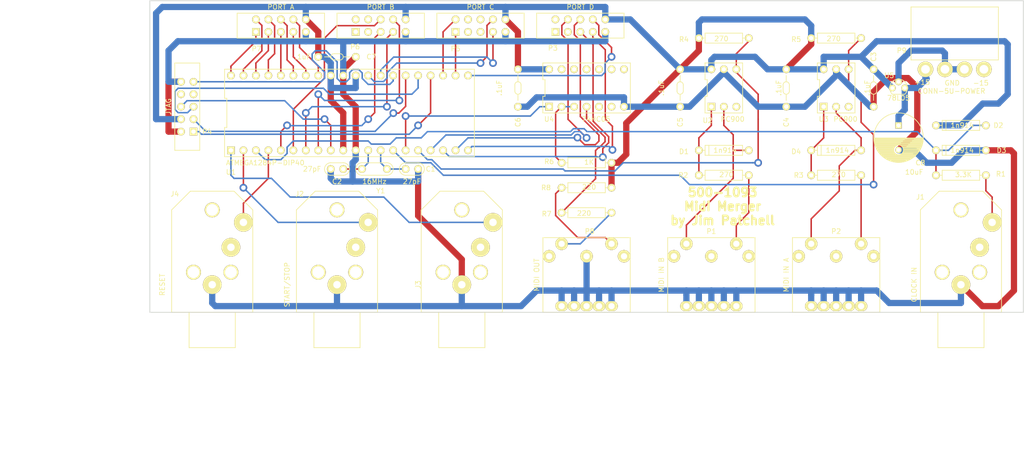
<source format=kicad_pcb>
(kicad_pcb (version 4) (host pcbnew "(2016-03-22 BZR 6643, Git db8c72c)-product")

  (general
    (links 122)
    (no_connects 0)
    (area 71.044999 53.264999 248.995001 116.915001)
    (thickness 1.6)
    (drawings 7)
    (tracks 521)
    (zones 0)
    (modules 39)
    (nets 76)
  )

  (page A)
  (title_block
    (title "MERGER 5U PANEL QUARTER INCH JACKS")
    (date 2016-03-01)
  )

  (layers
    (0 F.Cu signal)
    (31 B.Cu signal)
    (32 B.Adhes user)
    (33 F.Adhes user)
    (34 B.Paste user)
    (35 F.Paste user)
    (36 B.SilkS user)
    (37 F.SilkS user)
    (38 B.Mask user)
    (39 F.Mask user)
    (40 Dwgs.User user)
    (41 Cmts.User user)
    (42 Eco1.User user)
    (43 Eco2.User user)
    (44 Edge.Cuts user)
    (45 Margin user)
    (46 B.CrtYd user)
    (47 F.CrtYd user)
    (48 B.Fab user)
    (49 F.Fab user)
  )

  (setup
    (last_trace_width 0.3048)
    (trace_clearance 0.2794)
    (zone_clearance 0.508)
    (zone_45_only no)
    (trace_min 0.2)
    (segment_width 0.2)
    (edge_width 0.15)
    (via_size 1.5748)
    (via_drill 0.9144)
    (via_min_size 0.4)
    (via_min_drill 0.3)
    (uvia_size 0.3)
    (uvia_drill 0.1)
    (uvias_allowed no)
    (uvia_min_size 0.2)
    (uvia_min_drill 0.1)
    (pcb_text_width 0.3)
    (pcb_text_size 1.5 1.5)
    (mod_edge_width 0.15)
    (mod_text_size 1 1)
    (mod_text_width 0.15)
    (pad_size 1.3 1.3)
    (pad_drill 0.8128)
    (pad_to_mask_clearance 0.2)
    (aux_axis_origin 0 0)
    (visible_elements 7FFFEFFF)
    (pcbplotparams
      (layerselection 0x010e0_ffffffff)
      (usegerberextensions true)
      (excludeedgelayer true)
      (linewidth 0.100000)
      (plotframeref false)
      (viasonmask false)
      (mode 1)
      (useauxorigin false)
      (hpglpennumber 1)
      (hpglpenspeed 20)
      (hpglpendiameter 15)
      (psnegative false)
      (psa4output false)
      (plotreference true)
      (plotvalue true)
      (plotinvisibletext false)
      (padsonsilk false)
      (subtractmaskfromsilk false)
      (outputformat 1)
      (mirror false)
      (drillshape 0)
      (scaleselection 1)
      (outputdirectory FabFiles/))
  )

  (net 0 "")
  (net 1 "Net-(J1-Pad3)")
  (net 2 "Net-(J1-Pad2)")
  (net 3 GND)
  (net 4 "Net-(J2-Pad3)")
  (net 5 "Net-(J2-Pad2)")
  (net 6 "Net-(J3-Pad3)")
  (net 7 "Net-(J3-Pad2)")
  (net 8 "Net-(J4-Pad3)")
  (net 9 "Net-(J4-Pad2)")
  (net 10 "Net-(P1-Pad2)")
  (net 11 "Net-(P1-Pad3)")
  (net 12 "Net-(P1-Pad1)")
  (net 13 "Net-(D1-Pad2)")
  (net 14 "Net-(P1-Pad4)")
  (net 15 "Net-(P2-Pad2)")
  (net 16 "Net-(P2-Pad3)")
  (net 17 "Net-(P2-Pad1)")
  (net 18 "Net-(D4-Pad2)")
  (net 19 "Net-(P2-Pad4)")
  (net 20 "Net-(P3-Pad1)")
  (net 21 "Net-(P3-Pad2)")
  (net 22 "Net-(P3-Pad3)")
  (net 23 /PD3)
  (net 24 /PD4)
  (net 25 /PD5)
  (net 26 /PD6)
  (net 27 /PD7)
  (net 28 VCC)
  (net 29 "Net-(P4-Pad1)")
  (net 30 "Net-(P4-Pad3)")
  (net 31 "Net-(P4-Pad5)")
  (net 32 "Net-(P4-Pad6)")
  (net 33 "Net-(P4-Pad7)")
  (net 34 "Net-(P4-Pad8)")
  (net 35 "Net-(P4-Pad9)")
  (net 36 "Net-(P5-Pad1)")
  (net 37 "Net-(P5-Pad2)")
  (net 38 "Net-(P5-Pad3)")
  (net 39 "Net-(P5-Pad4)")
  (net 40 "Net-(P5-Pad5)")
  (net 41 "Net-(P5-Pad6)")
  (net 42 "Net-(P5-Pad7)")
  (net 43 "Net-(P5-Pad8)")
  (net 44 "Net-(P6-Pad1)")
  (net 45 "Net-(P6-Pad2)")
  (net 46 "Net-(P6-Pad3)")
  (net 47 "Net-(P6-Pad4)")
  (net 48 "Net-(P6-Pad5)")
  (net 49 "Net-(P6-Pad6)")
  (net 50 "Net-(P6-Pad7)")
  (net 51 "Net-(P6-Pad8)")
  (net 52 "Net-(P7-Pad1)")
  (net 53 "Net-(P7-Pad2)")
  (net 54 "Net-(P7-Pad3)")
  (net 55 "Net-(P7-Pad4)")
  (net 56 "Net-(P7-Pad5)")
  (net 57 "Net-(P7-Pad6)")
  (net 58 "Net-(P7-Pad7)")
  (net 59 "Net-(P7-Pad8)")
  (net 60 "Net-(P8-Pad3)")
  (net 61 "Net-(P8-Pad1)")
  (net 62 "Net-(P8-Pad5)")
  (net 63 "Net-(P8-Pad4)")
  (net 64 "Net-(D2-Pad2)")
  (net 65 "Net-(D1-Pad1)")
  (net 66 "Net-(D4-Pad1)")
  (net 67 "Net-(R4-Pad2)")
  (net 68 "Net-(R5-Pad2)")
  (net 69 "Net-(R6-Pad2)")
  (net 70 "Net-(R7-Pad1)")
  (net 71 "Net-(C2-Pad1)")
  (net 72 "Net-(C1-Pad1)")
  (net 73 "Net-(U1-Pad15)")
  (net 74 "Net-(P9-Pad4)")
  (net 75 /+15)

  (net_class Default "This is the default net class."
    (clearance 0.2794)
    (trace_width 0.3048)
    (via_dia 1.5748)
    (via_drill 0.9144)
    (uvia_dia 0.3)
    (uvia_drill 0.1)
    (add_net /PD3)
    (add_net /PD4)
    (add_net /PD5)
    (add_net /PD6)
    (add_net /PD7)
    (add_net "Net-(C1-Pad1)")
    (add_net "Net-(C2-Pad1)")
    (add_net "Net-(D1-Pad1)")
    (add_net "Net-(D1-Pad2)")
    (add_net "Net-(D2-Pad2)")
    (add_net "Net-(D4-Pad1)")
    (add_net "Net-(D4-Pad2)")
    (add_net "Net-(J1-Pad2)")
    (add_net "Net-(J1-Pad3)")
    (add_net "Net-(J2-Pad2)")
    (add_net "Net-(J2-Pad3)")
    (add_net "Net-(J3-Pad2)")
    (add_net "Net-(J3-Pad3)")
    (add_net "Net-(J4-Pad2)")
    (add_net "Net-(J4-Pad3)")
    (add_net "Net-(P1-Pad1)")
    (add_net "Net-(P1-Pad2)")
    (add_net "Net-(P1-Pad3)")
    (add_net "Net-(P1-Pad4)")
    (add_net "Net-(P2-Pad1)")
    (add_net "Net-(P2-Pad2)")
    (add_net "Net-(P2-Pad3)")
    (add_net "Net-(P2-Pad4)")
    (add_net "Net-(P3-Pad1)")
    (add_net "Net-(P3-Pad2)")
    (add_net "Net-(P3-Pad3)")
    (add_net "Net-(P4-Pad1)")
    (add_net "Net-(P4-Pad3)")
    (add_net "Net-(P4-Pad5)")
    (add_net "Net-(P4-Pad6)")
    (add_net "Net-(P4-Pad7)")
    (add_net "Net-(P4-Pad8)")
    (add_net "Net-(P4-Pad9)")
    (add_net "Net-(P5-Pad1)")
    (add_net "Net-(P5-Pad2)")
    (add_net "Net-(P5-Pad3)")
    (add_net "Net-(P5-Pad4)")
    (add_net "Net-(P5-Pad5)")
    (add_net "Net-(P5-Pad6)")
    (add_net "Net-(P5-Pad7)")
    (add_net "Net-(P5-Pad8)")
    (add_net "Net-(P6-Pad1)")
    (add_net "Net-(P6-Pad2)")
    (add_net "Net-(P6-Pad3)")
    (add_net "Net-(P6-Pad4)")
    (add_net "Net-(P6-Pad5)")
    (add_net "Net-(P6-Pad6)")
    (add_net "Net-(P6-Pad7)")
    (add_net "Net-(P6-Pad8)")
    (add_net "Net-(P7-Pad1)")
    (add_net "Net-(P7-Pad2)")
    (add_net "Net-(P7-Pad3)")
    (add_net "Net-(P7-Pad4)")
    (add_net "Net-(P7-Pad5)")
    (add_net "Net-(P7-Pad6)")
    (add_net "Net-(P7-Pad7)")
    (add_net "Net-(P7-Pad8)")
    (add_net "Net-(P8-Pad1)")
    (add_net "Net-(P8-Pad3)")
    (add_net "Net-(P8-Pad4)")
    (add_net "Net-(P8-Pad5)")
    (add_net "Net-(P9-Pad4)")
    (add_net "Net-(R4-Pad2)")
    (add_net "Net-(R5-Pad2)")
    (add_net "Net-(R6-Pad2)")
    (add_net "Net-(R7-Pad1)")
    (add_net "Net-(U1-Pad15)")
  )

  (net_class POWER ""
    (clearance 0.3048)
    (trace_width 1.27)
    (via_dia 1.5748)
    (via_drill 0.9144)
    (uvia_dia 0.3)
    (uvia_drill 0.1)
    (add_net /+15)
    (add_net GND)
    (add_net VCC)
  )

  (module Footprints:DIN-5-PIN (layer F.Cu) (tedit 56D52051) (tstamp 56D52CB2)
    (at 185.42 116.84)
    (path /56D4C7B3)
    (fp_text reference P1 (at 0 -16.51) (layer F.SilkS)
      (effects (font (size 1 1) (thickness 0.15)))
    )
    (fp_text value "MIDI IN B" (at -10.16 -7.62 90) (layer F.SilkS)
      (effects (font (size 1 1) (thickness 0.15)))
    )
    (fp_line (start 8.89 0) (end -8.89 0) (layer F.SilkS) (width 0.15))
    (fp_line (start -8.89 0) (end -8.89 -15.24) (layer F.SilkS) (width 0.15))
    (fp_line (start -8.89 -15.24) (end 8.89 -15.24) (layer F.SilkS) (width 0.15))
    (fp_line (start 8.89 -15.24) (end 8.89 0) (layer F.SilkS) (width 0.15))
    (pad 10 thru_hole oval (at 5.08 -1.27) (size 2.54 2.032) (drill 1.27) (layers *.Cu *.Mask F.SilkS)
      (net 3 GND))
    (pad 8 thru_hole oval (at -5.08 -1.27) (size 2.54 2.032) (drill 1.27) (layers *.Cu *.Mask F.SilkS)
      (net 3 GND))
    (pad 9 thru_hole oval (at 0 -1.27) (size 2.54 2.032) (drill 1.27) (layers *.Cu *.Mask F.SilkS)
      (net 3 GND))
    (pad 6 thru_hole oval (at -2.54 -1.27) (size 2.54 2.032) (drill 1.27) (layers *.Cu *.Mask F.SilkS)
      (net 3 GND))
    (pad 7 thru_hole oval (at 2.54 -1.27) (size 2.54 2.032) (drill 1.27) (layers *.Cu *.Mask F.SilkS)
      (net 3 GND))
    (pad 2 thru_hole circle (at 0 -11.43) (size 2.54 2.54) (drill 1.27) (layers *.Cu *.Mask F.SilkS)
      (net 10 "Net-(P1-Pad2)"))
    (pad 3 thru_hole circle (at -7.62 -11.43) (size 2.54 2.54) (drill 1.27) (layers *.Cu *.Mask F.SilkS)
      (net 11 "Net-(P1-Pad3)"))
    (pad 1 thru_hole circle (at 7.62 -11.43) (size 2.54 2.54) (drill 1.27) (layers *.Cu *.Mask F.SilkS)
      (net 12 "Net-(P1-Pad1)"))
    (pad 5 thru_hole circle (at -5.08 -13.97) (size 2.54 2.54) (drill 1.27) (layers *.Cu *.Mask F.SilkS)
      (net 13 "Net-(D1-Pad2)"))
    (pad 4 thru_hole circle (at 5.08 -13.97) (size 2.54 2.54) (drill 1.27) (layers *.Cu *.Mask F.SilkS)
      (net 14 "Net-(P1-Pad4)"))
  )

  (module Footprints:DIN-5-PIN (layer F.Cu) (tedit 56D52051) (tstamp 56D52CC4)
    (at 210.82 116.84)
    (path /56D4BC05)
    (fp_text reference P2 (at 0 -16.51) (layer F.SilkS)
      (effects (font (size 1 1) (thickness 0.15)))
    )
    (fp_text value "MIDI IN A" (at -10.16 -7.62 90) (layer F.SilkS)
      (effects (font (size 1 1) (thickness 0.15)))
    )
    (fp_line (start 8.89 0) (end -8.89 0) (layer F.SilkS) (width 0.15))
    (fp_line (start -8.89 0) (end -8.89 -15.24) (layer F.SilkS) (width 0.15))
    (fp_line (start -8.89 -15.24) (end 8.89 -15.24) (layer F.SilkS) (width 0.15))
    (fp_line (start 8.89 -15.24) (end 8.89 0) (layer F.SilkS) (width 0.15))
    (pad 10 thru_hole oval (at 5.08 -1.27) (size 2.54 2.032) (drill 1.27) (layers *.Cu *.Mask F.SilkS)
      (net 3 GND))
    (pad 8 thru_hole oval (at -5.08 -1.27) (size 2.54 2.032) (drill 1.27) (layers *.Cu *.Mask F.SilkS)
      (net 3 GND))
    (pad 9 thru_hole oval (at 0 -1.27) (size 2.54 2.032) (drill 1.27) (layers *.Cu *.Mask F.SilkS)
      (net 3 GND))
    (pad 6 thru_hole oval (at -2.54 -1.27) (size 2.54 2.032) (drill 1.27) (layers *.Cu *.Mask F.SilkS)
      (net 3 GND))
    (pad 7 thru_hole oval (at 2.54 -1.27) (size 2.54 2.032) (drill 1.27) (layers *.Cu *.Mask F.SilkS)
      (net 3 GND))
    (pad 2 thru_hole circle (at 0 -11.43) (size 2.54 2.54) (drill 1.27) (layers *.Cu *.Mask F.SilkS)
      (net 15 "Net-(P2-Pad2)"))
    (pad 3 thru_hole circle (at -7.62 -11.43) (size 2.54 2.54) (drill 1.27) (layers *.Cu *.Mask F.SilkS)
      (net 16 "Net-(P2-Pad3)"))
    (pad 1 thru_hole circle (at 7.62 -11.43) (size 2.54 2.54) (drill 1.27) (layers *.Cu *.Mask F.SilkS)
      (net 17 "Net-(P2-Pad1)"))
    (pad 5 thru_hole circle (at -5.08 -13.97) (size 2.54 2.54) (drill 1.27) (layers *.Cu *.Mask F.SilkS)
      (net 18 "Net-(D4-Pad2)"))
    (pad 4 thru_hole circle (at 5.08 -13.97) (size 2.54 2.54) (drill 1.27) (layers *.Cu *.Mask F.SilkS)
      (net 19 "Net-(P2-Pad4)"))
  )

  (module Footprints:DIN-5-PIN (layer F.Cu) (tedit 56D52051) (tstamp 56D52D30)
    (at 160.02 116.84)
    (path /56D4BC98)
    (fp_text reference P8 (at 0.635 -16.51) (layer F.SilkS)
      (effects (font (size 1 1) (thickness 0.15)))
    )
    (fp_text value "MIDI OUT" (at -10.16 -7.62 90) (layer F.SilkS)
      (effects (font (size 1 1) (thickness 0.15)))
    )
    (fp_line (start 8.89 0) (end -8.89 0) (layer F.SilkS) (width 0.15))
    (fp_line (start -8.89 0) (end -8.89 -15.24) (layer F.SilkS) (width 0.15))
    (fp_line (start -8.89 -15.24) (end 8.89 -15.24) (layer F.SilkS) (width 0.15))
    (fp_line (start 8.89 -15.24) (end 8.89 0) (layer F.SilkS) (width 0.15))
    (pad 10 thru_hole oval (at 5.08 -1.27) (size 2.54 2.032) (drill 1.27) (layers *.Cu *.Mask F.SilkS)
      (net 3 GND))
    (pad 8 thru_hole oval (at -5.08 -1.27) (size 2.54 2.032) (drill 1.27) (layers *.Cu *.Mask F.SilkS)
      (net 3 GND))
    (pad 9 thru_hole oval (at 0 -1.27) (size 2.54 2.032) (drill 1.27) (layers *.Cu *.Mask F.SilkS)
      (net 3 GND))
    (pad 6 thru_hole oval (at -2.54 -1.27) (size 2.54 2.032) (drill 1.27) (layers *.Cu *.Mask F.SilkS)
      (net 3 GND))
    (pad 7 thru_hole oval (at 2.54 -1.27) (size 2.54 2.032) (drill 1.27) (layers *.Cu *.Mask F.SilkS)
      (net 3 GND))
    (pad 2 thru_hole circle (at 0 -11.43) (size 2.54 2.54) (drill 1.27) (layers *.Cu *.Mask F.SilkS)
      (net 3 GND))
    (pad 3 thru_hole circle (at -7.62 -11.43) (size 2.54 2.54) (drill 1.27) (layers *.Cu *.Mask F.SilkS)
      (net 60 "Net-(P8-Pad3)"))
    (pad 1 thru_hole circle (at 7.62 -11.43) (size 2.54 2.54) (drill 1.27) (layers *.Cu *.Mask F.SilkS)
      (net 61 "Net-(P8-Pad1)"))
    (pad 5 thru_hole circle (at -5.08 -13.97) (size 2.54 2.54) (drill 1.27) (layers *.Cu *.Mask F.SilkS)
      (net 62 "Net-(P8-Pad5)"))
    (pad 4 thru_hole circle (at 5.08 -13.97) (size 2.54 2.54) (drill 1.27) (layers *.Cu *.Mask F.SilkS)
      (net 63 "Net-(P8-Pad4)"))
  )

  (module Footprints:AXIAL0.4 (layer F.Cu) (tedit 56ACF211) (tstamp 56D52D3C)
    (at 236.22 88.9 180)
    (path /56D4DF90)
    (fp_text reference R1 (at -8.128 0.254 180) (layer F.SilkS)
      (effects (font (size 1 1) (thickness 0.15)))
    )
    (fp_text value 3.3K (at -0.508 0.127 180) (layer F.SilkS)
      (effects (font (size 1 1) (thickness 0.15)))
    )
    (fp_line (start -3.81 -1.016) (end -3.81 1.016) (layer F.SilkS) (width 0.15))
    (fp_line (start 3.81 -1.016) (end 3.81 1.016) (layer F.SilkS) (width 0.15))
    (fp_line (start -3.81 0) (end -4.318 0) (layer F.SilkS) (width 0.15))
    (fp_line (start 4.445 0) (end 3.81 0) (layer F.SilkS) (width 0.15))
    (fp_line (start -3.81 1.016) (end 3.81 1.016) (layer F.SilkS) (width 0.15))
    (fp_line (start 3.81 -1.016) (end -3.81 -1.016) (layer F.SilkS) (width 0.15))
    (pad 1 thru_hole circle (at -5.08 0 180) (size 1.5748 1.5748) (drill 0.9144) (layers *.Cu *.Mask F.SilkS)
      (net 1 "Net-(J1-Pad3)"))
    (pad 2 thru_hole circle (at 5.08 0 180) (size 1.5748 1.5748) (drill 0.9144) (layers *.Cu *.Mask F.SilkS)
      (net 64 "Net-(D2-Pad2)"))
  )

  (module Footprints:AXIAL0.4 (layer F.Cu) (tedit 56ACF211) (tstamp 56D52D48)
    (at 187.96 88.9 180)
    (path /56D4C7C5)
    (fp_text reference R2 (at 8.255 0 180) (layer F.SilkS)
      (effects (font (size 1 1) (thickness 0.15)))
    )
    (fp_text value 270 (at -0.508 0.127 180) (layer F.SilkS)
      (effects (font (size 1 1) (thickness 0.15)))
    )
    (fp_line (start -3.81 -1.016) (end -3.81 1.016) (layer F.SilkS) (width 0.15))
    (fp_line (start 3.81 -1.016) (end 3.81 1.016) (layer F.SilkS) (width 0.15))
    (fp_line (start -3.81 0) (end -4.318 0) (layer F.SilkS) (width 0.15))
    (fp_line (start 4.445 0) (end 3.81 0) (layer F.SilkS) (width 0.15))
    (fp_line (start -3.81 1.016) (end 3.81 1.016) (layer F.SilkS) (width 0.15))
    (fp_line (start 3.81 -1.016) (end -3.81 -1.016) (layer F.SilkS) (width 0.15))
    (pad 1 thru_hole circle (at -5.08 0 180) (size 1.5748 1.5748) (drill 0.9144) (layers *.Cu *.Mask F.SilkS)
      (net 14 "Net-(P1-Pad4)"))
    (pad 2 thru_hole circle (at 5.08 0 180) (size 1.5748 1.5748) (drill 0.9144) (layers *.Cu *.Mask F.SilkS)
      (net 65 "Net-(D1-Pad1)"))
  )

  (module Footprints:AXIAL0.4 (layer F.Cu) (tedit 56ACF211) (tstamp 56D52D54)
    (at 210.82 88.9 180)
    (path /56D4C13D)
    (fp_text reference R3 (at 7.62 0 180) (layer F.SilkS)
      (effects (font (size 1 1) (thickness 0.15)))
    )
    (fp_text value 270 (at -0.508 0.127 180) (layer F.SilkS)
      (effects (font (size 1 1) (thickness 0.15)))
    )
    (fp_line (start -3.81 -1.016) (end -3.81 1.016) (layer F.SilkS) (width 0.15))
    (fp_line (start 3.81 -1.016) (end 3.81 1.016) (layer F.SilkS) (width 0.15))
    (fp_line (start -3.81 0) (end -4.318 0) (layer F.SilkS) (width 0.15))
    (fp_line (start 4.445 0) (end 3.81 0) (layer F.SilkS) (width 0.15))
    (fp_line (start -3.81 1.016) (end 3.81 1.016) (layer F.SilkS) (width 0.15))
    (fp_line (start 3.81 -1.016) (end -3.81 -1.016) (layer F.SilkS) (width 0.15))
    (pad 1 thru_hole circle (at -5.08 0 180) (size 1.5748 1.5748) (drill 0.9144) (layers *.Cu *.Mask F.SilkS)
      (net 19 "Net-(P2-Pad4)"))
    (pad 2 thru_hole circle (at 5.08 0 180) (size 1.5748 1.5748) (drill 0.9144) (layers *.Cu *.Mask F.SilkS)
      (net 66 "Net-(D4-Pad1)"))
  )

  (module Footprints:AXIAL0.4 (layer F.Cu) (tedit 56ACF211) (tstamp 56D52D60)
    (at 187.96 60.96)
    (path /56D4C7CB)
    (fp_text reference R4 (at -8.128 0.254) (layer F.SilkS)
      (effects (font (size 1 1) (thickness 0.15)))
    )
    (fp_text value 270 (at -0.508 0.127) (layer F.SilkS)
      (effects (font (size 1 1) (thickness 0.15)))
    )
    (fp_line (start -3.81 -1.016) (end -3.81 1.016) (layer F.SilkS) (width 0.15))
    (fp_line (start 3.81 -1.016) (end 3.81 1.016) (layer F.SilkS) (width 0.15))
    (fp_line (start -3.81 0) (end -4.318 0) (layer F.SilkS) (width 0.15))
    (fp_line (start 4.445 0) (end 3.81 0) (layer F.SilkS) (width 0.15))
    (fp_line (start -3.81 1.016) (end 3.81 1.016) (layer F.SilkS) (width 0.15))
    (fp_line (start 3.81 -1.016) (end -3.81 -1.016) (layer F.SilkS) (width 0.15))
    (pad 1 thru_hole circle (at -5.08 0) (size 1.5748 1.5748) (drill 0.9144) (layers *.Cu *.Mask F.SilkS)
      (net 28 VCC))
    (pad 2 thru_hole circle (at 5.08 0) (size 1.5748 1.5748) (drill 0.9144) (layers *.Cu *.Mask F.SilkS)
      (net 67 "Net-(R4-Pad2)"))
  )

  (module Footprints:AXIAL0.4 (layer F.Cu) (tedit 56ACF211) (tstamp 56D52D6C)
    (at 210.82 60.96)
    (path /56D4C1A5)
    (fp_text reference R5 (at -8.128 0.254) (layer F.SilkS)
      (effects (font (size 1 1) (thickness 0.15)))
    )
    (fp_text value 270 (at -0.508 0.127) (layer F.SilkS)
      (effects (font (size 1 1) (thickness 0.15)))
    )
    (fp_line (start -3.81 -1.016) (end -3.81 1.016) (layer F.SilkS) (width 0.15))
    (fp_line (start 3.81 -1.016) (end 3.81 1.016) (layer F.SilkS) (width 0.15))
    (fp_line (start -3.81 0) (end -4.318 0) (layer F.SilkS) (width 0.15))
    (fp_line (start 4.445 0) (end 3.81 0) (layer F.SilkS) (width 0.15))
    (fp_line (start -3.81 1.016) (end 3.81 1.016) (layer F.SilkS) (width 0.15))
    (fp_line (start 3.81 -1.016) (end -3.81 -1.016) (layer F.SilkS) (width 0.15))
    (pad 1 thru_hole circle (at -5.08 0) (size 1.5748 1.5748) (drill 0.9144) (layers *.Cu *.Mask F.SilkS)
      (net 28 VCC))
    (pad 2 thru_hole circle (at 5.08 0) (size 1.5748 1.5748) (drill 0.9144) (layers *.Cu *.Mask F.SilkS)
      (net 68 "Net-(R5-Pad2)"))
  )

  (module Footprints:AXIAL0.4 (layer F.Cu) (tedit 56ACF211) (tstamp 56D52D78)
    (at 160.02 86.36 180)
    (path /56D4D22B)
    (fp_text reference R6 (at 7.62 0.254 180) (layer F.SilkS)
      (effects (font (size 1 1) (thickness 0.15)))
    )
    (fp_text value 1K (at -0.508 0.127 180) (layer F.SilkS)
      (effects (font (size 1 1) (thickness 0.15)))
    )
    (fp_line (start -3.81 -1.016) (end -3.81 1.016) (layer F.SilkS) (width 0.15))
    (fp_line (start 3.81 -1.016) (end 3.81 1.016) (layer F.SilkS) (width 0.15))
    (fp_line (start -3.81 0) (end -4.318 0) (layer F.SilkS) (width 0.15))
    (fp_line (start 4.445 0) (end 3.81 0) (layer F.SilkS) (width 0.15))
    (fp_line (start -3.81 1.016) (end 3.81 1.016) (layer F.SilkS) (width 0.15))
    (fp_line (start 3.81 -1.016) (end -3.81 -1.016) (layer F.SilkS) (width 0.15))
    (pad 1 thru_hole circle (at -5.08 0 180) (size 1.5748 1.5748) (drill 0.9144) (layers *.Cu *.Mask F.SilkS)
      (net 28 VCC))
    (pad 2 thru_hole circle (at 5.08 0 180) (size 1.5748 1.5748) (drill 0.9144) (layers *.Cu *.Mask F.SilkS)
      (net 69 "Net-(R6-Pad2)"))
  )

  (module Footprints:AXIAL0.4 (layer F.Cu) (tedit 56ACF211) (tstamp 56D52D84)
    (at 160.02 96.52)
    (path /56D4D16E)
    (fp_text reference R7 (at -8.128 0.254) (layer F.SilkS)
      (effects (font (size 1 1) (thickness 0.15)))
    )
    (fp_text value 220 (at -0.508 0.127) (layer F.SilkS)
      (effects (font (size 1 1) (thickness 0.15)))
    )
    (fp_line (start -3.81 -1.016) (end -3.81 1.016) (layer F.SilkS) (width 0.15))
    (fp_line (start 3.81 -1.016) (end 3.81 1.016) (layer F.SilkS) (width 0.15))
    (fp_line (start -3.81 0) (end -4.318 0) (layer F.SilkS) (width 0.15))
    (fp_line (start 4.445 0) (end 3.81 0) (layer F.SilkS) (width 0.15))
    (fp_line (start -3.81 1.016) (end 3.81 1.016) (layer F.SilkS) (width 0.15))
    (fp_line (start 3.81 -1.016) (end -3.81 -1.016) (layer F.SilkS) (width 0.15))
    (pad 1 thru_hole circle (at -5.08 0) (size 1.5748 1.5748) (drill 0.9144) (layers *.Cu *.Mask F.SilkS)
      (net 70 "Net-(R7-Pad1)"))
    (pad 2 thru_hole circle (at 5.08 0) (size 1.5748 1.5748) (drill 0.9144) (layers *.Cu *.Mask F.SilkS)
      (net 62 "Net-(P8-Pad5)"))
  )

  (module Footprints:AXIAL0.4 (layer F.Cu) (tedit 56ACF211) (tstamp 56D52D90)
    (at 160.02 91.44 180)
    (path /56D4D1CB)
    (fp_text reference R8 (at 8.255 0 180) (layer F.SilkS)
      (effects (font (size 1 1) (thickness 0.15)))
    )
    (fp_text value 220 (at -0.508 0.127 180) (layer F.SilkS)
      (effects (font (size 1 1) (thickness 0.15)))
    )
    (fp_line (start -3.81 -1.016) (end -3.81 1.016) (layer F.SilkS) (width 0.15))
    (fp_line (start 3.81 -1.016) (end 3.81 1.016) (layer F.SilkS) (width 0.15))
    (fp_line (start -3.81 0) (end -4.318 0) (layer F.SilkS) (width 0.15))
    (fp_line (start 4.445 0) (end 3.81 0) (layer F.SilkS) (width 0.15))
    (fp_line (start -3.81 1.016) (end 3.81 1.016) (layer F.SilkS) (width 0.15))
    (fp_line (start 3.81 -1.016) (end -3.81 -1.016) (layer F.SilkS) (width 0.15))
    (pad 1 thru_hole circle (at -5.08 0 180) (size 1.5748 1.5748) (drill 0.9144) (layers *.Cu *.Mask F.SilkS)
      (net 28 VCC))
    (pad 2 thru_hole circle (at 5.08 0 180) (size 1.5748 1.5748) (drill 0.9144) (layers *.Cu *.Mask F.SilkS)
      (net 63 "Net-(P8-Pad4)"))
  )

  (module Footprints:DIP-40.6 (layer F.Cu) (tedit 56DBA721) (tstamp 56D52DC8)
    (at 111.76 76.2)
    (path /56D4B944)
    (fp_text reference U1 (at -24.13 12.065 180) (layer F.SilkS)
      (effects (font (size 1 1) (thickness 0.15)))
    )
    (fp_text value ATMEGA1284P-DIP40 (at -17.145 10.16) (layer F.SilkS)
      (effects (font (size 1 1) (thickness 0.15)))
    )
    (fp_line (start -25.4174 8.907399) (end 25.4174 8.9074) (layer F.SilkS) (width 0.15))
    (fp_line (start 25.4174 8.9074) (end 25.4174 -8.907399) (layer F.SilkS) (width 0.15))
    (fp_line (start 25.4174 -8.907399) (end -25.4174 -8.9074) (layer F.SilkS) (width 0.15))
    (fp_line (start -25.4174 -8.9074) (end -25.4174 -2.969133) (layer F.SilkS) (width 0.15))
    (fp_line (start -25.4174 -2.969133) (end -24.9674 -2.969133) (layer F.SilkS) (width 0.15))
    (fp_line (start -24.9674 -2.969133) (end -24.9674 2.969133) (layer F.SilkS) (width 0.15))
    (fp_line (start -24.9674 2.969133) (end -25.4174 2.969133) (layer F.SilkS) (width 0.15))
    (fp_line (start -25.4174 2.969133) (end -25.4174 8.907399) (layer F.SilkS) (width 0.15))
    (fp_line (start -25.55 -9.05) (end 25.55 -9.05) (layer F.CrtYd) (width 0.05))
    (fp_line (start 25.55 -9.05) (end 25.55 9.05) (layer F.CrtYd) (width 0.05))
    (fp_line (start 25.55 9.05) (end -25.55 9.05) (layer F.CrtYd) (width 0.05))
    (fp_line (start -25.55 9.05) (end -25.55 -9.05) (layer F.CrtYd) (width 0.05))
    (pad 40 thru_hole circle (at -24.13 -7.62) (size 1.5748 1.5748) (drill 0.9144) (layers *.Cu *.Mask F.SilkS)
      (net 52 "Net-(P7-Pad1)"))
    (pad 1 thru_hole rect (at -24.13 7.62) (size 1.5748 1.5748) (drill 0.9144) (layers *.Cu *.Mask F.SilkS)
      (net 6 "Net-(J3-Pad3)"))
    (pad 39 thru_hole circle (at -21.59 -7.62) (size 1.5748 1.5748) (drill 0.9144) (layers *.Cu *.Mask F.SilkS)
      (net 53 "Net-(P7-Pad2)"))
    (pad 2 thru_hole circle (at -21.59 7.62) (size 1.5748 1.5748) (drill 0.9144) (layers *.Cu *.Mask F.SilkS)
      (net 4 "Net-(J2-Pad3)"))
    (pad 38 thru_hole circle (at -19.05 -7.62) (size 1.5748 1.5748) (drill 0.9144) (layers *.Cu *.Mask F.SilkS)
      (net 54 "Net-(P7-Pad3)"))
    (pad 3 thru_hole circle (at -19.05 7.62) (size 1.5748 1.5748) (drill 0.9144) (layers *.Cu *.Mask F.SilkS)
      (net 64 "Net-(D2-Pad2)"))
    (pad 37 thru_hole circle (at -16.51 -7.62) (size 1.5748 1.5748) (drill 0.9144) (layers *.Cu *.Mask F.SilkS)
      (net 55 "Net-(P7-Pad4)"))
    (pad 4 thru_hole circle (at -16.51 7.62) (size 1.5748 1.5748) (drill 0.9144) (layers *.Cu *.Mask F.SilkS)
      (net 8 "Net-(J4-Pad3)"))
    (pad 36 thru_hole circle (at -13.97 -7.62) (size 1.5748 1.5748) (drill 0.9144) (layers *.Cu *.Mask F.SilkS)
      (net 56 "Net-(P7-Pad5)"))
    (pad 5 thru_hole circle (at -13.97 7.62) (size 1.5748 1.5748) (drill 0.9144) (layers *.Cu *.Mask F.SilkS)
      (net 48 "Net-(P6-Pad5)"))
    (pad 35 thru_hole circle (at -11.43 -7.62) (size 1.5748 1.5748) (drill 0.9144) (layers *.Cu *.Mask F.SilkS)
      (net 57 "Net-(P7-Pad6)"))
    (pad 6 thru_hole circle (at -11.43 7.62) (size 1.5748 1.5748) (drill 0.9144) (layers *.Cu *.Mask F.SilkS)
      (net 49 "Net-(P6-Pad6)"))
    (pad 34 thru_hole circle (at -8.89 -7.62) (size 1.5748 1.5748) (drill 0.9144) (layers *.Cu *.Mask F.SilkS)
      (net 58 "Net-(P7-Pad7)"))
    (pad 7 thru_hole circle (at -8.89 7.62) (size 1.5748 1.5748) (drill 0.9144) (layers *.Cu *.Mask F.SilkS)
      (net 50 "Net-(P6-Pad7)"))
    (pad 33 thru_hole circle (at -6.35 -7.62) (size 1.5748 1.5748) (drill 0.9144) (layers *.Cu *.Mask F.SilkS)
      (net 59 "Net-(P7-Pad8)"))
    (pad 8 thru_hole circle (at -6.35 7.62) (size 1.5748 1.5748) (drill 0.9144) (layers *.Cu *.Mask F.SilkS)
      (net 51 "Net-(P6-Pad8)"))
    (pad 32 thru_hole circle (at -3.81 -7.62) (size 1.5748 1.5748) (drill 0.9144) (layers *.Cu *.Mask F.SilkS)
      (net 28 VCC))
    (pad 9 thru_hole circle (at -3.81 7.62) (size 1.5748 1.5748) (drill 0.9144) (layers *.Cu *.Mask F.SilkS)
      (net 32 "Net-(P4-Pad6)"))
    (pad 31 thru_hole circle (at -1.27 -7.62) (size 1.5748 1.5748) (drill 0.9144) (layers *.Cu *.Mask F.SilkS)
      (net 3 GND))
    (pad 10 thru_hole circle (at -1.27 7.62) (size 1.5748 1.5748) (drill 0.9144) (layers *.Cu *.Mask F.SilkS)
      (net 28 VCC))
    (pad 30 thru_hole circle (at 1.27 -7.62) (size 1.5748 1.5748) (drill 0.9144) (layers *.Cu *.Mask F.SilkS)
      (net 28 VCC))
    (pad 11 thru_hole circle (at 1.27 7.62) (size 1.5748 1.5748) (drill 0.9144) (layers *.Cu *.Mask F.SilkS)
      (net 3 GND))
    (pad 29 thru_hole circle (at 3.81 -7.62) (size 1.5748 1.5748) (drill 0.9144) (layers *.Cu *.Mask F.SilkS)
      (net 43 "Net-(P5-Pad8)"))
    (pad 12 thru_hole circle (at 3.81 7.62) (size 1.5748 1.5748) (drill 0.9144) (layers *.Cu *.Mask F.SilkS)
      (net 71 "Net-(C2-Pad1)"))
    (pad 28 thru_hole circle (at 6.35 -7.62) (size 1.5748 1.5748) (drill 0.9144) (layers *.Cu *.Mask F.SilkS)
      (net 42 "Net-(P5-Pad7)"))
    (pad 13 thru_hole circle (at 6.35 7.62) (size 1.5748 1.5748) (drill 0.9144) (layers *.Cu *.Mask F.SilkS)
      (net 72 "Net-(C1-Pad1)"))
    (pad 27 thru_hole circle (at 8.89 -7.62) (size 1.5748 1.5748) (drill 0.9144) (layers *.Cu *.Mask F.SilkS)
      (net 35 "Net-(P4-Pad9)"))
    (pad 14 thru_hole circle (at 8.89 7.62) (size 1.5748 1.5748) (drill 0.9144) (layers *.Cu *.Mask F.SilkS)
      (net 68 "Net-(R5-Pad2)"))
    (pad 26 thru_hole circle (at 11.43 -7.62) (size 1.5748 1.5748) (drill 0.9144) (layers *.Cu *.Mask F.SilkS)
      (net 30 "Net-(P4-Pad3)"))
    (pad 15 thru_hole circle (at 11.43 7.62) (size 1.5748 1.5748) (drill 0.9144) (layers *.Cu *.Mask F.SilkS)
      (net 73 "Net-(U1-Pad15)"))
    (pad 25 thru_hole circle (at 13.97 -7.62) (size 1.5748 1.5748) (drill 0.9144) (layers *.Cu *.Mask F.SilkS)
      (net 31 "Net-(P4-Pad5)"))
    (pad 16 thru_hole circle (at 13.97 7.62) (size 1.5748 1.5748) (drill 0.9144) (layers *.Cu *.Mask F.SilkS)
      (net 67 "Net-(R4-Pad2)"))
    (pad 24 thru_hole circle (at 16.51 -7.62) (size 1.5748 1.5748) (drill 0.9144) (layers *.Cu *.Mask F.SilkS)
      (net 29 "Net-(P4-Pad1)"))
    (pad 17 thru_hole circle (at 16.51 7.62) (size 1.5748 1.5748) (drill 0.9144) (layers *.Cu *.Mask F.SilkS)
      (net 23 /PD3))
    (pad 23 thru_hole circle (at 19.05 -7.62) (size 1.5748 1.5748) (drill 0.9144) (layers *.Cu *.Mask F.SilkS)
      (net 37 "Net-(P5-Pad2)"))
    (pad 18 thru_hole circle (at 19.05 7.62) (size 1.5748 1.5748) (drill 0.9144) (layers *.Cu *.Mask F.SilkS)
      (net 24 /PD4))
    (pad 22 thru_hole circle (at 21.59 -7.62) (size 1.5748 1.5748) (drill 0.9144) (layers *.Cu *.Mask F.SilkS)
      (net 36 "Net-(P5-Pad1)"))
    (pad 19 thru_hole circle (at 21.59 7.62) (size 1.5748 1.5748) (drill 0.9144) (layers *.Cu *.Mask F.SilkS)
      (net 25 /PD5))
    (pad 21 thru_hole circle (at 24.13 -7.62) (size 1.5748 1.5748) (drill 0.9144) (layers *.Cu *.Mask F.SilkS)
      (net 27 /PD7))
    (pad 20 thru_hole circle (at 24.13 7.62) (size 1.5748 1.5748) (drill 0.9144) (layers *.Cu *.Mask F.SilkS)
      (net 26 /PD6))
  )

  (module Footprints:DIP-6.3 (layer F.Cu) (tedit 56D50338) (tstamp 56D52DDE)
    (at 187.96 71.12)
    (path /56D4C7B9)
    (fp_text reference U2 (at -3.302 6.604 180) (layer F.SilkS)
      (effects (font (size 1 1) (thickness 0.15)))
    )
    (fp_text value PC900 (at 1.778 6.35) (layer F.SilkS)
      (effects (font (size 1 1) (thickness 0.15)))
    )
    (fp_line (start -3.8274 5.0974) (end 3.827399 5.0974) (layer F.SilkS) (width 0.15))
    (fp_line (start 3.827399 5.0974) (end 3.8274 -5.0974) (layer F.SilkS) (width 0.15))
    (fp_line (start 3.8274 -5.0974) (end -3.827399 -5.0974) (layer F.SilkS) (width 0.15))
    (fp_line (start -3.827399 -5.0974) (end -3.8274 -1.699133) (layer F.SilkS) (width 0.15))
    (fp_line (start -3.8274 -1.699133) (end -3.3774 -1.699133) (layer F.SilkS) (width 0.15))
    (fp_line (start -3.3774 -1.699133) (end -3.3774 1.699133) (layer F.SilkS) (width 0.15))
    (fp_line (start -3.3774 1.699133) (end -3.8274 1.699133) (layer F.SilkS) (width 0.15))
    (fp_line (start -3.8274 1.699133) (end -3.8274 5.0974) (layer F.SilkS) (width 0.15))
    (fp_line (start -4 -5.25) (end 4 -5.25) (layer F.CrtYd) (width 0.05))
    (fp_line (start 4 -5.25) (end 4 5.25) (layer F.CrtYd) (width 0.05))
    (fp_line (start 4 5.25) (end -4 5.25) (layer F.CrtYd) (width 0.05))
    (fp_line (start -4 5.25) (end -4 -5.25) (layer F.CrtYd) (width 0.05))
    (pad 6 thru_hole circle (at -2.54 -3.81) (size 1.5748 1.5748) (drill 0.9144) (layers *.Cu *.Mask F.SilkS)
      (net 28 VCC))
    (pad 1 thru_hole rect (at -2.54 3.81) (size 1.5748 1.5748) (drill 0.9144) (layers *.Cu *.Mask F.SilkS)
      (net 65 "Net-(D1-Pad1)"))
    (pad 5 thru_hole circle (at 0 -3.81) (size 1.5748 1.5748) (drill 0.9144) (layers *.Cu *.Mask F.SilkS)
      (net 3 GND))
    (pad 2 thru_hole circle (at 0 3.81) (size 1.5748 1.5748) (drill 0.9144) (layers *.Cu *.Mask F.SilkS)
      (net 13 "Net-(D1-Pad2)"))
    (pad 4 thru_hole circle (at 2.54 -3.81) (size 1.5748 1.5748) (drill 0.9144) (layers *.Cu *.Mask F.SilkS)
      (net 67 "Net-(R4-Pad2)"))
    (pad 3 thru_hole circle (at 2.54 3.81) (size 1.5748 1.5748) (drill 0.9144) (layers *.Cu *.Mask F.SilkS))
  )

  (module Footprints:DIP-6.3 (layer F.Cu) (tedit 56D50338) (tstamp 56D52DF4)
    (at 210.82 71.12)
    (path /56D4C0A5)
    (fp_text reference U3 (at -2.54 6.35 180) (layer F.SilkS)
      (effects (font (size 1 1) (thickness 0.15)))
    )
    (fp_text value PC900 (at 1.905 6.35) (layer F.SilkS)
      (effects (font (size 1 1) (thickness 0.15)))
    )
    (fp_line (start -3.8274 5.0974) (end 3.827399 5.0974) (layer F.SilkS) (width 0.15))
    (fp_line (start 3.827399 5.0974) (end 3.8274 -5.0974) (layer F.SilkS) (width 0.15))
    (fp_line (start 3.8274 -5.0974) (end -3.827399 -5.0974) (layer F.SilkS) (width 0.15))
    (fp_line (start -3.827399 -5.0974) (end -3.8274 -1.699133) (layer F.SilkS) (width 0.15))
    (fp_line (start -3.8274 -1.699133) (end -3.3774 -1.699133) (layer F.SilkS) (width 0.15))
    (fp_line (start -3.3774 -1.699133) (end -3.3774 1.699133) (layer F.SilkS) (width 0.15))
    (fp_line (start -3.3774 1.699133) (end -3.8274 1.699133) (layer F.SilkS) (width 0.15))
    (fp_line (start -3.8274 1.699133) (end -3.8274 5.0974) (layer F.SilkS) (width 0.15))
    (fp_line (start -4 -5.25) (end 4 -5.25) (layer F.CrtYd) (width 0.05))
    (fp_line (start 4 -5.25) (end 4 5.25) (layer F.CrtYd) (width 0.05))
    (fp_line (start 4 5.25) (end -4 5.25) (layer F.CrtYd) (width 0.05))
    (fp_line (start -4 5.25) (end -4 -5.25) (layer F.CrtYd) (width 0.05))
    (pad 6 thru_hole circle (at -2.54 -3.81) (size 1.5748 1.5748) (drill 0.9144) (layers *.Cu *.Mask F.SilkS)
      (net 28 VCC))
    (pad 1 thru_hole rect (at -2.54 3.81) (size 1.5748 1.5748) (drill 0.9144) (layers *.Cu *.Mask F.SilkS)
      (net 66 "Net-(D4-Pad1)"))
    (pad 5 thru_hole circle (at 0 -3.81) (size 1.5748 1.5748) (drill 0.9144) (layers *.Cu *.Mask F.SilkS)
      (net 3 GND))
    (pad 2 thru_hole circle (at 0 3.81) (size 1.5748 1.5748) (drill 0.9144) (layers *.Cu *.Mask F.SilkS)
      (net 18 "Net-(D4-Pad2)"))
    (pad 4 thru_hole circle (at 2.54 -3.81) (size 1.5748 1.5748) (drill 0.9144) (layers *.Cu *.Mask F.SilkS)
      (net 68 "Net-(R5-Pad2)"))
    (pad 3 thru_hole circle (at 2.54 3.81) (size 1.5748 1.5748) (drill 0.9144) (layers *.Cu *.Mask F.SilkS))
  )

  (module Footprints:DIP-14.3 (layer F.Cu) (tedit 56D503CB) (tstamp 56D52E12)
    (at 160.02 71.12)
    (path /56D4D09F)
    (fp_text reference U4 (at -7.62 6.35 180) (layer F.SilkS)
      (effects (font (size 1 1) (thickness 0.15)))
    )
    (fp_text value 74HC05 (at 1.905 6.35) (layer F.SilkS)
      (effects (font (size 1 1) (thickness 0.15)))
    )
    (fp_line (start -8.9074 5.097399) (end 8.9074 5.0974) (layer F.SilkS) (width 0.15))
    (fp_line (start 8.9074 5.0974) (end 8.9074 -5.097399) (layer F.SilkS) (width 0.15))
    (fp_line (start 8.9074 -5.097399) (end -8.9074 -5.0974) (layer F.SilkS) (width 0.15))
    (fp_line (start -8.9074 -5.0974) (end -8.9074 -1.699133) (layer F.SilkS) (width 0.15))
    (fp_line (start -8.9074 -1.699133) (end -8.4574 -1.699133) (layer F.SilkS) (width 0.15))
    (fp_line (start -8.4574 -1.699133) (end -8.4574 1.699133) (layer F.SilkS) (width 0.15))
    (fp_line (start -8.4574 1.699133) (end -8.9074 1.699133) (layer F.SilkS) (width 0.15))
    (fp_line (start -8.9074 1.699133) (end -8.9074 5.097399) (layer F.SilkS) (width 0.15))
    (fp_line (start -9.05 -5.25) (end 9.05 -5.25) (layer F.CrtYd) (width 0.05))
    (fp_line (start 9.05 -5.25) (end 9.05 5.25) (layer F.CrtYd) (width 0.05))
    (fp_line (start 9.05 5.25) (end -9.05 5.25) (layer F.CrtYd) (width 0.05))
    (fp_line (start -9.05 5.25) (end -9.05 -5.25) (layer F.CrtYd) (width 0.05))
    (pad 14 thru_hole circle (at -7.62 -3.81) (size 1.5748 1.5748) (drill 0.9144) (layers *.Cu *.Mask F.SilkS)
      (net 28 VCC))
    (pad 1 thru_hole rect (at -7.62 3.81) (size 1.5748 1.5748) (drill 0.9144) (layers *.Cu *.Mask F.SilkS)
      (net 73 "Net-(U1-Pad15)"))
    (pad 13 thru_hole circle (at -5.08 -3.81) (size 1.5748 1.5748) (drill 0.9144) (layers *.Cu *.Mask F.SilkS))
    (pad 2 thru_hole circle (at -5.08 3.81) (size 1.5748 1.5748) (drill 0.9144) (layers *.Cu *.Mask F.SilkS)
      (net 69 "Net-(R6-Pad2)"))
    (pad 12 thru_hole circle (at -2.54 -3.81) (size 1.5748 1.5748) (drill 0.9144) (layers *.Cu *.Mask F.SilkS))
    (pad 3 thru_hole circle (at -2.54 3.81) (size 1.5748 1.5748) (drill 0.9144) (layers *.Cu *.Mask F.SilkS)
      (net 69 "Net-(R6-Pad2)"))
    (pad 11 thru_hole circle (at 0 -3.81) (size 1.5748 1.5748) (drill 0.9144) (layers *.Cu *.Mask F.SilkS))
    (pad 4 thru_hole circle (at 0 3.81) (size 1.5748 1.5748) (drill 0.9144) (layers *.Cu *.Mask F.SilkS)
      (net 70 "Net-(R7-Pad1)"))
    (pad 10 thru_hole circle (at 2.54 -3.81) (size 1.5748 1.5748) (drill 0.9144) (layers *.Cu *.Mask F.SilkS))
    (pad 5 thru_hole circle (at 2.54 3.81) (size 1.5748 1.5748) (drill 0.9144) (layers *.Cu *.Mask F.SilkS))
    (pad 9 thru_hole circle (at 5.08 -3.81) (size 1.5748 1.5748) (drill 0.9144) (layers *.Cu *.Mask F.SilkS))
    (pad 6 thru_hole circle (at 5.08 3.81) (size 1.5748 1.5748) (drill 0.9144) (layers *.Cu *.Mask F.SilkS))
    (pad 8 thru_hole circle (at 7.62 -3.81) (size 1.5748 1.5748) (drill 0.9144) (layers *.Cu *.Mask F.SilkS))
    (pad 7 thru_hole circle (at 7.62 3.81) (size 1.5748 1.5748) (drill 0.9144) (layers *.Cu *.Mask F.SilkS)
      (net 3 GND))
  )

  (module Footprints:DIODE0.4 (layer F.Cu) (tedit 56BA2633) (tstamp 56D536D7)
    (at 187.96 83.82)
    (path /56D4C7BF)
    (fp_text reference D1 (at -8.128 0.254) (layer F.SilkS)
      (effects (font (size 1 1) (thickness 0.15)))
    )
    (fp_text value 1n914 (at 0.254 0) (layer F.SilkS)
      (effects (font (size 1 1) (thickness 0.15)))
    )
    (fp_line (start -3.048 1.016) (end -3.048 -1.016) (layer F.SilkS) (width 0.15))
    (fp_line (start -3.81 -1.016) (end -3.81 1.016) (layer F.SilkS) (width 0.15))
    (fp_line (start 3.81 -1.016) (end 3.81 1.016) (layer F.SilkS) (width 0.15))
    (fp_line (start -3.81 0) (end -4.318 0) (layer F.SilkS) (width 0.15))
    (fp_line (start 4.445 0) (end 3.81 0) (layer F.SilkS) (width 0.15))
    (fp_line (start -3.81 1.016) (end 3.81 1.016) (layer F.SilkS) (width 0.15))
    (fp_line (start 3.81 -1.016) (end -3.81 -1.016) (layer F.SilkS) (width 0.15))
    (pad 1 thru_hole circle (at -5.08 0) (size 1.5748 1.5748) (drill 0.9144) (layers *.Cu *.Mask F.SilkS)
      (net 65 "Net-(D1-Pad1)"))
    (pad 2 thru_hole circle (at 5.08 0) (size 1.5748 1.5748) (drill 0.9144) (layers *.Cu *.Mask F.SilkS)
      (net 13 "Net-(D1-Pad2)"))
  )

  (module Footprints:DIODE0.4 (layer F.Cu) (tedit 56BA2633) (tstamp 56D536E4)
    (at 236.22 78.74)
    (path /56D4DDB0)
    (fp_text reference D2 (at 7.62 0) (layer F.SilkS)
      (effects (font (size 1 1) (thickness 0.15)))
    )
    (fp_text value 1n914 (at 0.254 0) (layer F.SilkS)
      (effects (font (size 1 1) (thickness 0.15)))
    )
    (fp_line (start -3.048 1.016) (end -3.048 -1.016) (layer F.SilkS) (width 0.15))
    (fp_line (start -3.81 -1.016) (end -3.81 1.016) (layer F.SilkS) (width 0.15))
    (fp_line (start 3.81 -1.016) (end 3.81 1.016) (layer F.SilkS) (width 0.15))
    (fp_line (start -3.81 0) (end -4.318 0) (layer F.SilkS) (width 0.15))
    (fp_line (start 4.445 0) (end 3.81 0) (layer F.SilkS) (width 0.15))
    (fp_line (start -3.81 1.016) (end 3.81 1.016) (layer F.SilkS) (width 0.15))
    (fp_line (start 3.81 -1.016) (end -3.81 -1.016) (layer F.SilkS) (width 0.15))
    (pad 1 thru_hole circle (at -5.08 0) (size 1.5748 1.5748) (drill 0.9144) (layers *.Cu *.Mask F.SilkS)
      (net 28 VCC))
    (pad 2 thru_hole circle (at 5.08 0) (size 1.5748 1.5748) (drill 0.9144) (layers *.Cu *.Mask F.SilkS)
      (net 64 "Net-(D2-Pad2)"))
  )

  (module Footprints:DIODE0.4 (layer F.Cu) (tedit 56BA2633) (tstamp 56D536F1)
    (at 236.22 83.82)
    (path /56D4DE9C)
    (fp_text reference D3 (at 8.255 0) (layer F.SilkS)
      (effects (font (size 1 1) (thickness 0.15)))
    )
    (fp_text value 1n914 (at 0.254 0) (layer F.SilkS)
      (effects (font (size 1 1) (thickness 0.15)))
    )
    (fp_line (start -3.048 1.016) (end -3.048 -1.016) (layer F.SilkS) (width 0.15))
    (fp_line (start -3.81 -1.016) (end -3.81 1.016) (layer F.SilkS) (width 0.15))
    (fp_line (start 3.81 -1.016) (end 3.81 1.016) (layer F.SilkS) (width 0.15))
    (fp_line (start -3.81 0) (end -4.318 0) (layer F.SilkS) (width 0.15))
    (fp_line (start 4.445 0) (end 3.81 0) (layer F.SilkS) (width 0.15))
    (fp_line (start -3.81 1.016) (end 3.81 1.016) (layer F.SilkS) (width 0.15))
    (fp_line (start 3.81 -1.016) (end -3.81 -1.016) (layer F.SilkS) (width 0.15))
    (pad 1 thru_hole circle (at -5.08 0) (size 1.5748 1.5748) (drill 0.9144) (layers *.Cu *.Mask F.SilkS)
      (net 64 "Net-(D2-Pad2)"))
    (pad 2 thru_hole circle (at 5.08 0) (size 1.5748 1.5748) (drill 0.9144) (layers *.Cu *.Mask F.SilkS)
      (net 3 GND))
  )

  (module Footprints:DIODE0.4 (layer F.Cu) (tedit 56BA2633) (tstamp 56D536FE)
    (at 210.82 83.82)
    (path /56D4C0DF)
    (fp_text reference D4 (at -8.128 0.254) (layer F.SilkS)
      (effects (font (size 1 1) (thickness 0.15)))
    )
    (fp_text value 1n914 (at 0.254 0) (layer F.SilkS)
      (effects (font (size 1 1) (thickness 0.15)))
    )
    (fp_line (start -3.048 1.016) (end -3.048 -1.016) (layer F.SilkS) (width 0.15))
    (fp_line (start -3.81 -1.016) (end -3.81 1.016) (layer F.SilkS) (width 0.15))
    (fp_line (start 3.81 -1.016) (end 3.81 1.016) (layer F.SilkS) (width 0.15))
    (fp_line (start -3.81 0) (end -4.318 0) (layer F.SilkS) (width 0.15))
    (fp_line (start 4.445 0) (end 3.81 0) (layer F.SilkS) (width 0.15))
    (fp_line (start -3.81 1.016) (end 3.81 1.016) (layer F.SilkS) (width 0.15))
    (fp_line (start 3.81 -1.016) (end -3.81 -1.016) (layer F.SilkS) (width 0.15))
    (pad 1 thru_hole circle (at -5.08 0) (size 1.5748 1.5748) (drill 0.9144) (layers *.Cu *.Mask F.SilkS)
      (net 66 "Net-(D4-Pad1)"))
    (pad 2 thru_hole circle (at 5.08 0) (size 1.5748 1.5748) (drill 0.9144) (layers *.Cu *.Mask F.SilkS)
      (net 18 "Net-(D4-Pad2)"))
  )

  (module Footprints:PHONE-SC112A (layer F.Cu) (tedit 56DBA687) (tstamp 56D53CA2)
    (at 236.22 116.84 270)
    (path /56D4BD37)
    (fp_text reference J1 (at -23.495 8.255 360) (layer F.SilkS)
      (effects (font (size 1 1) (thickness 0.15)))
    )
    (fp_text value "CLOCK IN" (at -5.6388 9.525 270) (layer F.SilkS)
      (effects (font (size 1 1) (thickness 0.15)))
    )
    (fp_line (start 0 -4.699) (end 7.1882 -4.699) (layer F.SilkS) (width 0.15))
    (fp_line (start 7.1882 -4.699) (end 7.1882 4.699) (layer F.SilkS) (width 0.15))
    (fp_line (start 7.1882 4.699) (end 0 4.699) (layer F.SilkS) (width 0.15))
    (fp_line (start -24.6888 4.445) (end -24.6888 -4.445) (layer F.SilkS) (width 0.15))
    (fp_line (start -24.6888 -4.445) (end -20.8788 -8.255) (layer F.SilkS) (width 0.15))
    (fp_line (start -20.8788 -8.255) (end 0 -8.255) (layer F.SilkS) (width 0.15))
    (fp_line (start 0 -8.255) (end 0 8.255) (layer F.SilkS) (width 0.15))
    (fp_line (start 0 8.255) (end -20.8788 8.255) (layer F.SilkS) (width 0.15))
    (fp_line (start -20.8788 8.255) (end -24.6888 4.445) (layer F.SilkS) (width 0.15))
    (pad 1 thru_hole circle (at -5.6388 0 270) (size 3.81 3.81) (drill 1.524) (layers *.Cu *.Mask F.SilkS)
      (net 3 GND))
    (pad "" thru_hole circle (at -8.1788 -3.81 270) (size 3.048 3.048) (drill 2.413) (layers *.Cu *.Mask F.SilkS))
    (pad 2 thru_hole circle (at -13.2588 -3.81 270) (size 3.81 3.81) (drill 1.524) (layers *.Cu *.Mask F.SilkS)
      (net 2 "Net-(J1-Pad2)"))
    (pad 3 thru_hole circle (at -18.3388 -6.35 270) (size 3.81 3.81) (drill 1.524) (layers *.Cu *.Mask F.SilkS)
      (net 1 "Net-(J1-Pad3)"))
    (pad "" thru_hole circle (at -20.8788 0 270) (size 3.048 3.048) (drill 2.413) (layers *.Cu *.Mask F.SilkS))
    (pad "" thru_hole circle (at -8.1788 3.81 270) (size 3.048 3.048) (drill 2.413) (layers *.Cu *.Mask F.SilkS))
  )

  (module Footprints:PHONE-SC112A (layer F.Cu) (tedit 56DBA6E7) (tstamp 56D53CB5)
    (at 109.22 116.84 270)
    (path /56D4BE23)
    (fp_text reference J2 (at -24.13 7.62 360) (layer F.SilkS)
      (effects (font (size 1 1) (thickness 0.15)))
    )
    (fp_text value START/STOP (at -5.6388 10.16 270) (layer F.SilkS)
      (effects (font (size 1 1) (thickness 0.15)))
    )
    (fp_line (start 0 -4.699) (end 7.1882 -4.699) (layer F.SilkS) (width 0.15))
    (fp_line (start 7.1882 -4.699) (end 7.1882 4.699) (layer F.SilkS) (width 0.15))
    (fp_line (start 7.1882 4.699) (end 0 4.699) (layer F.SilkS) (width 0.15))
    (fp_line (start -24.6888 4.445) (end -24.6888 -4.445) (layer F.SilkS) (width 0.15))
    (fp_line (start -24.6888 -4.445) (end -20.8788 -8.255) (layer F.SilkS) (width 0.15))
    (fp_line (start -20.8788 -8.255) (end 0 -8.255) (layer F.SilkS) (width 0.15))
    (fp_line (start 0 -8.255) (end 0 8.255) (layer F.SilkS) (width 0.15))
    (fp_line (start 0 8.255) (end -20.8788 8.255) (layer F.SilkS) (width 0.15))
    (fp_line (start -20.8788 8.255) (end -24.6888 4.445) (layer F.SilkS) (width 0.15))
    (pad 1 thru_hole circle (at -5.6388 0 270) (size 3.81 3.81) (drill 1.524) (layers *.Cu *.Mask F.SilkS)
      (net 3 GND))
    (pad "" thru_hole circle (at -8.1788 -3.81 270) (size 3.048 3.048) (drill 2.413) (layers *.Cu *.Mask F.SilkS))
    (pad 2 thru_hole circle (at -13.2588 -3.81 270) (size 3.81 3.81) (drill 1.524) (layers *.Cu *.Mask F.SilkS)
      (net 5 "Net-(J2-Pad2)"))
    (pad 3 thru_hole circle (at -18.3388 -6.35 270) (size 3.81 3.81) (drill 1.524) (layers *.Cu *.Mask F.SilkS)
      (net 4 "Net-(J2-Pad3)"))
    (pad "" thru_hole circle (at -20.8788 0 270) (size 3.048 3.048) (drill 2.413) (layers *.Cu *.Mask F.SilkS))
    (pad "" thru_hole circle (at -8.1788 3.81 270) (size 3.048 3.048) (drill 2.413) (layers *.Cu *.Mask F.SilkS))
  )

  (module Footprints:PHONE-SC112A (layer F.Cu) (tedit 56D52D2B) (tstamp 56D53CC8)
    (at 134.62 116.84 270)
    (path /56D4BE8E)
    (fp_text reference J3 (at -5.6388 8.89 270) (layer F.SilkS)
      (effects (font (size 1 1) (thickness 0.15)))
    )
    (fp_text value "CLOCK OUT" (at -5.6388 10.16 270) (layer F.Fab)
      (effects (font (size 1 1) (thickness 0.15)))
    )
    (fp_line (start 0 -4.699) (end 7.1882 -4.699) (layer F.SilkS) (width 0.15))
    (fp_line (start 7.1882 -4.699) (end 7.1882 4.699) (layer F.SilkS) (width 0.15))
    (fp_line (start 7.1882 4.699) (end 0 4.699) (layer F.SilkS) (width 0.15))
    (fp_line (start -24.6888 4.445) (end -24.6888 -4.445) (layer F.SilkS) (width 0.15))
    (fp_line (start -24.6888 -4.445) (end -20.8788 -8.255) (layer F.SilkS) (width 0.15))
    (fp_line (start -20.8788 -8.255) (end 0 -8.255) (layer F.SilkS) (width 0.15))
    (fp_line (start 0 -8.255) (end 0 8.255) (layer F.SilkS) (width 0.15))
    (fp_line (start 0 8.255) (end -20.8788 8.255) (layer F.SilkS) (width 0.15))
    (fp_line (start -20.8788 8.255) (end -24.6888 4.445) (layer F.SilkS) (width 0.15))
    (pad 1 thru_hole circle (at -5.6388 0 270) (size 3.81 3.81) (drill 1.524) (layers *.Cu *.Mask F.SilkS)
      (net 3 GND))
    (pad "" thru_hole circle (at -8.1788 -3.81 270) (size 3.048 3.048) (drill 2.413) (layers *.Cu *.Mask F.SilkS))
    (pad 2 thru_hole circle (at -13.2588 -3.81 270) (size 3.81 3.81) (drill 1.524) (layers *.Cu *.Mask F.SilkS)
      (net 7 "Net-(J3-Pad2)"))
    (pad 3 thru_hole circle (at -18.3388 -6.35 270) (size 3.81 3.81) (drill 1.524) (layers *.Cu *.Mask F.SilkS)
      (net 6 "Net-(J3-Pad3)"))
    (pad "" thru_hole circle (at -20.8788 0 270) (size 3.048 3.048) (drill 2.413) (layers *.Cu *.Mask F.SilkS))
    (pad "" thru_hole circle (at -8.1788 3.81 270) (size 3.048 3.048) (drill 2.413) (layers *.Cu *.Mask F.SilkS))
  )

  (module Footprints:PHONE-SC112A (layer F.Cu) (tedit 56DBA6F5) (tstamp 56D53CDB)
    (at 83.82 116.84 270)
    (path /56D4BD9C)
    (fp_text reference J4 (at -24.13 7.62 360) (layer F.SilkS)
      (effects (font (size 1 1) (thickness 0.15)))
    )
    (fp_text value RESET (at -5.6388 10.16 270) (layer F.SilkS)
      (effects (font (size 1 1) (thickness 0.15)))
    )
    (fp_line (start 0 -4.699) (end 7.1882 -4.699) (layer F.SilkS) (width 0.15))
    (fp_line (start 7.1882 -4.699) (end 7.1882 4.699) (layer F.SilkS) (width 0.15))
    (fp_line (start 7.1882 4.699) (end 0 4.699) (layer F.SilkS) (width 0.15))
    (fp_line (start -24.6888 4.445) (end -24.6888 -4.445) (layer F.SilkS) (width 0.15))
    (fp_line (start -24.6888 -4.445) (end -20.8788 -8.255) (layer F.SilkS) (width 0.15))
    (fp_line (start -20.8788 -8.255) (end 0 -8.255) (layer F.SilkS) (width 0.15))
    (fp_line (start 0 -8.255) (end 0 8.255) (layer F.SilkS) (width 0.15))
    (fp_line (start 0 8.255) (end -20.8788 8.255) (layer F.SilkS) (width 0.15))
    (fp_line (start -20.8788 8.255) (end -24.6888 4.445) (layer F.SilkS) (width 0.15))
    (pad 1 thru_hole circle (at -5.6388 0 270) (size 3.81 3.81) (drill 1.524) (layers *.Cu *.Mask F.SilkS)
      (net 3 GND))
    (pad "" thru_hole circle (at -8.1788 -3.81 270) (size 3.048 3.048) (drill 2.413) (layers *.Cu *.Mask F.SilkS))
    (pad 2 thru_hole circle (at -13.2588 -3.81 270) (size 3.81 3.81) (drill 1.524) (layers *.Cu *.Mask F.SilkS)
      (net 9 "Net-(J4-Pad2)"))
    (pad 3 thru_hole circle (at -18.3388 -6.35 270) (size 3.81 3.81) (drill 1.524) (layers *.Cu *.Mask F.SilkS)
      (net 8 "Net-(J4-Pad3)"))
    (pad "" thru_hole circle (at -20.8788 0 270) (size 3.048 3.048) (drill 2.413) (layers *.Cu *.Mask F.SilkS))
    (pad "" thru_hole circle (at -8.1788 3.81 270) (size 3.048 3.048) (drill 2.413) (layers *.Cu *.Mask F.SilkS))
  )

  (module Footprints:CAP-Bypass-0.3 (layer F.Cu) (tedit 56B42E37) (tstamp 56D5ECB3)
    (at 218.44 71.12 270)
    (path /56D5FFB7)
    (fp_text reference C3 (at -6.35 0 270) (layer F.SilkS)
      (effects (font (size 1 1) (thickness 0.15)))
    )
    (fp_text value .1uF (at 0 1.27 270) (layer F.SilkS)
      (effects (font (size 1 1) (thickness 0.15)))
    )
    (fp_arc (start 0.635 0) (end 1.27 0) (angle 90) (layer F.SilkS) (width 0.15))
    (fp_arc (start 0.635 0) (end 0.635 -0.635) (angle 90) (layer F.SilkS) (width 0.15))
    (fp_arc (start -0.635 0) (end -0.635 0.635) (angle 90) (layer F.SilkS) (width 0.15))
    (fp_arc (start -0.635 0) (end -1.27 0) (angle 90) (layer F.SilkS) (width 0.15))
    (fp_line (start -0.635 0.635) (end 0.635 0.635) (layer F.SilkS) (width 0.15))
    (fp_line (start -0.635 -0.635) (end 0.635 -0.635) (layer F.SilkS) (width 0.15))
    (fp_line (start 2.54 0) (end 1.27 0) (layer F.SilkS) (width 0.15))
    (fp_line (start -2.54 0) (end -1.27 0) (layer F.SilkS) (width 0.15))
    (pad 1 thru_hole circle (at -3.81 0 270) (size 1.5748 1.5748) (drill 0.9144) (layers *.Cu *.Mask F.SilkS)
      (net 28 VCC))
    (pad 2 thru_hole circle (at 3.81 0 270) (size 1.5748 1.5748) (drill 0.9144) (layers *.Cu *.Mask F.SilkS)
      (net 3 GND))
  )

  (module Footprints:CAP-Bypass-0.3 (layer F.Cu) (tedit 56B42E37) (tstamp 56D5ECC1)
    (at 200.66 71.12 270)
    (path /56D5FCB3)
    (fp_text reference C4 (at 6.985 0 270) (layer F.SilkS)
      (effects (font (size 1 1) (thickness 0.15)))
    )
    (fp_text value .1uF (at 0 1.524 270) (layer F.SilkS)
      (effects (font (size 1 1) (thickness 0.15)))
    )
    (fp_arc (start 0.635 0) (end 1.27 0) (angle 90) (layer F.SilkS) (width 0.15))
    (fp_arc (start 0.635 0) (end 0.635 -0.635) (angle 90) (layer F.SilkS) (width 0.15))
    (fp_arc (start -0.635 0) (end -0.635 0.635) (angle 90) (layer F.SilkS) (width 0.15))
    (fp_arc (start -0.635 0) (end -1.27 0) (angle 90) (layer F.SilkS) (width 0.15))
    (fp_line (start -0.635 0.635) (end 0.635 0.635) (layer F.SilkS) (width 0.15))
    (fp_line (start -0.635 -0.635) (end 0.635 -0.635) (layer F.SilkS) (width 0.15))
    (fp_line (start 2.54 0) (end 1.27 0) (layer F.SilkS) (width 0.15))
    (fp_line (start -2.54 0) (end -1.27 0) (layer F.SilkS) (width 0.15))
    (pad 1 thru_hole circle (at -3.81 0 270) (size 1.5748 1.5748) (drill 0.9144) (layers *.Cu *.Mask F.SilkS)
      (net 28 VCC))
    (pad 2 thru_hole circle (at 3.81 0 270) (size 1.5748 1.5748) (drill 0.9144) (layers *.Cu *.Mask F.SilkS)
      (net 3 GND))
  )

  (module Footprints:CAP-Bypass-0.3 (layer F.Cu) (tedit 56B42E37) (tstamp 56D5ECCF)
    (at 179.07 71.12 270)
    (path /56D5F170)
    (fp_text reference C5 (at 6.985 0 270) (layer F.SilkS)
      (effects (font (size 1 1) (thickness 0.15)))
    )
    (fp_text value .1uF (at 0 3.81 270) (layer F.SilkS)
      (effects (font (size 1 1) (thickness 0.15)))
    )
    (fp_arc (start 0.635 0) (end 1.27 0) (angle 90) (layer F.SilkS) (width 0.15))
    (fp_arc (start 0.635 0) (end 0.635 -0.635) (angle 90) (layer F.SilkS) (width 0.15))
    (fp_arc (start -0.635 0) (end -0.635 0.635) (angle 90) (layer F.SilkS) (width 0.15))
    (fp_arc (start -0.635 0) (end -1.27 0) (angle 90) (layer F.SilkS) (width 0.15))
    (fp_line (start -0.635 0.635) (end 0.635 0.635) (layer F.SilkS) (width 0.15))
    (fp_line (start -0.635 -0.635) (end 0.635 -0.635) (layer F.SilkS) (width 0.15))
    (fp_line (start 2.54 0) (end 1.27 0) (layer F.SilkS) (width 0.15))
    (fp_line (start -2.54 0) (end -1.27 0) (layer F.SilkS) (width 0.15))
    (pad 1 thru_hole circle (at -3.81 0 270) (size 1.5748 1.5748) (drill 0.9144) (layers *.Cu *.Mask F.SilkS)
      (net 28 VCC))
    (pad 2 thru_hole circle (at 3.81 0 270) (size 1.5748 1.5748) (drill 0.9144) (layers *.Cu *.Mask F.SilkS)
      (net 3 GND))
  )

  (module Footprints:CAP-Bypass-0.3 (layer F.Cu) (tedit 56B42E37) (tstamp 56D5ECDD)
    (at 146.05 71.12 270)
    (path /56D5E766)
    (fp_text reference C6 (at 6.985 0 270) (layer F.SilkS)
      (effects (font (size 1 1) (thickness 0.15)))
    )
    (fp_text value .1uF (at 0 3.81 270) (layer F.SilkS)
      (effects (font (size 1 1) (thickness 0.15)))
    )
    (fp_arc (start 0.635 0) (end 1.27 0) (angle 90) (layer F.SilkS) (width 0.15))
    (fp_arc (start 0.635 0) (end 0.635 -0.635) (angle 90) (layer F.SilkS) (width 0.15))
    (fp_arc (start -0.635 0) (end -0.635 0.635) (angle 90) (layer F.SilkS) (width 0.15))
    (fp_arc (start -0.635 0) (end -1.27 0) (angle 90) (layer F.SilkS) (width 0.15))
    (fp_line (start -0.635 0.635) (end 0.635 0.635) (layer F.SilkS) (width 0.15))
    (fp_line (start -0.635 -0.635) (end 0.635 -0.635) (layer F.SilkS) (width 0.15))
    (fp_line (start 2.54 0) (end 1.27 0) (layer F.SilkS) (width 0.15))
    (fp_line (start -2.54 0) (end -1.27 0) (layer F.SilkS) (width 0.15))
    (pad 1 thru_hole circle (at -3.81 0 270) (size 1.5748 1.5748) (drill 0.9144) (layers *.Cu *.Mask F.SilkS)
      (net 28 VCC))
    (pad 2 thru_hole circle (at 3.81 0 270) (size 1.5748 1.5748) (drill 0.9144) (layers *.Cu *.Mask F.SilkS)
      (net 3 GND))
  )

  (module Footprints:CAP-Bypass-0.3 (layer F.Cu) (tedit 56B42E37) (tstamp 56D5ECEB)
    (at 109.22 64.77)
    (path /56D60B2A)
    (fp_text reference C7 (at 6.985 0) (layer F.SilkS)
      (effects (font (size 1 1) (thickness 0.15)))
    )
    (fp_text value .1uF (at -6.985 0) (layer F.SilkS)
      (effects (font (size 1 1) (thickness 0.15)))
    )
    (fp_arc (start 0.635 0) (end 1.27 0) (angle 90) (layer F.SilkS) (width 0.15))
    (fp_arc (start 0.635 0) (end 0.635 -0.635) (angle 90) (layer F.SilkS) (width 0.15))
    (fp_arc (start -0.635 0) (end -0.635 0.635) (angle 90) (layer F.SilkS) (width 0.15))
    (fp_arc (start -0.635 0) (end -1.27 0) (angle 90) (layer F.SilkS) (width 0.15))
    (fp_line (start -0.635 0.635) (end 0.635 0.635) (layer F.SilkS) (width 0.15))
    (fp_line (start -0.635 -0.635) (end 0.635 -0.635) (layer F.SilkS) (width 0.15))
    (fp_line (start 2.54 0) (end 1.27 0) (layer F.SilkS) (width 0.15))
    (fp_line (start -2.54 0) (end -1.27 0) (layer F.SilkS) (width 0.15))
    (pad 1 thru_hole circle (at -3.81 0) (size 1.5748 1.5748) (drill 0.9144) (layers *.Cu *.Mask F.SilkS)
      (net 28 VCC))
    (pad 2 thru_hole circle (at 3.81 0) (size 1.5748 1.5748) (drill 0.9144) (layers *.Cu *.Mask F.SilkS)
      (net 3 GND))
  )

  (module Capacitors_ThroughHole:C_Radial_D10_L13_P5 (layer F.Cu) (tedit 56E4CC48) (tstamp 56D5ED26)
    (at 223.52 78.74 270)
    (descr "Radial Electrolytic Capacitor Diameter 10mm x Length 13mm, Pitch 5mm")
    (tags "Electrolytic Capacitor")
    (path /56D616DD)
    (fp_text reference C8 (at 7.62 -4.445 360) (layer F.SilkS)
      (effects (font (size 1 1) (thickness 0.15)))
    )
    (fp_text value 10uF (at 9.525 -3.175 360) (layer F.SilkS)
      (effects (font (size 1 1) (thickness 0.15)))
    )
    (fp_line (start 2.575 -4.999) (end 2.575 4.999) (layer F.SilkS) (width 0.15))
    (fp_line (start 2.715 -4.995) (end 2.715 4.995) (layer F.SilkS) (width 0.15))
    (fp_line (start 2.855 -4.987) (end 2.855 4.987) (layer F.SilkS) (width 0.15))
    (fp_line (start 2.995 -4.975) (end 2.995 4.975) (layer F.SilkS) (width 0.15))
    (fp_line (start 3.135 -4.96) (end 3.135 4.96) (layer F.SilkS) (width 0.15))
    (fp_line (start 3.275 -4.94) (end 3.275 4.94) (layer F.SilkS) (width 0.15))
    (fp_line (start 3.415 -4.916) (end 3.415 4.916) (layer F.SilkS) (width 0.15))
    (fp_line (start 3.555 -4.887) (end 3.555 4.887) (layer F.SilkS) (width 0.15))
    (fp_line (start 3.695 -4.855) (end 3.695 4.855) (layer F.SilkS) (width 0.15))
    (fp_line (start 3.835 -4.818) (end 3.835 4.818) (layer F.SilkS) (width 0.15))
    (fp_line (start 3.975 -4.777) (end 3.975 4.777) (layer F.SilkS) (width 0.15))
    (fp_line (start 4.115 -4.732) (end 4.115 -0.466) (layer F.SilkS) (width 0.15))
    (fp_line (start 4.115 0.466) (end 4.115 4.732) (layer F.SilkS) (width 0.15))
    (fp_line (start 4.255 -4.682) (end 4.255 -0.667) (layer F.SilkS) (width 0.15))
    (fp_line (start 4.255 0.667) (end 4.255 4.682) (layer F.SilkS) (width 0.15))
    (fp_line (start 4.395 -4.627) (end 4.395 -0.796) (layer F.SilkS) (width 0.15))
    (fp_line (start 4.395 0.796) (end 4.395 4.627) (layer F.SilkS) (width 0.15))
    (fp_line (start 4.535 -4.567) (end 4.535 -0.885) (layer F.SilkS) (width 0.15))
    (fp_line (start 4.535 0.885) (end 4.535 4.567) (layer F.SilkS) (width 0.15))
    (fp_line (start 4.675 -4.502) (end 4.675 -0.946) (layer F.SilkS) (width 0.15))
    (fp_line (start 4.675 0.946) (end 4.675 4.502) (layer F.SilkS) (width 0.15))
    (fp_line (start 4.815 -4.432) (end 4.815 -0.983) (layer F.SilkS) (width 0.15))
    (fp_line (start 4.815 0.983) (end 4.815 4.432) (layer F.SilkS) (width 0.15))
    (fp_line (start 4.955 -4.356) (end 4.955 -0.999) (layer F.SilkS) (width 0.15))
    (fp_line (start 4.955 0.999) (end 4.955 4.356) (layer F.SilkS) (width 0.15))
    (fp_line (start 5.095 -4.274) (end 5.095 -0.995) (layer F.SilkS) (width 0.15))
    (fp_line (start 5.095 0.995) (end 5.095 4.274) (layer F.SilkS) (width 0.15))
    (fp_line (start 5.235 -4.186) (end 5.235 -0.972) (layer F.SilkS) (width 0.15))
    (fp_line (start 5.235 0.972) (end 5.235 4.186) (layer F.SilkS) (width 0.15))
    (fp_line (start 5.375 -4.091) (end 5.375 -0.927) (layer F.SilkS) (width 0.15))
    (fp_line (start 5.375 0.927) (end 5.375 4.091) (layer F.SilkS) (width 0.15))
    (fp_line (start 5.515 -3.989) (end 5.515 -0.857) (layer F.SilkS) (width 0.15))
    (fp_line (start 5.515 0.857) (end 5.515 3.989) (layer F.SilkS) (width 0.15))
    (fp_line (start 5.655 -3.879) (end 5.655 -0.756) (layer F.SilkS) (width 0.15))
    (fp_line (start 5.655 0.756) (end 5.655 3.879) (layer F.SilkS) (width 0.15))
    (fp_line (start 5.795 -3.761) (end 5.795 -0.607) (layer F.SilkS) (width 0.15))
    (fp_line (start 5.795 0.607) (end 5.795 3.761) (layer F.SilkS) (width 0.15))
    (fp_line (start 5.935 -3.633) (end 5.935 -0.355) (layer F.SilkS) (width 0.15))
    (fp_line (start 5.935 0.355) (end 5.935 3.633) (layer F.SilkS) (width 0.15))
    (fp_line (start 6.075 -3.496) (end 6.075 3.496) (layer F.SilkS) (width 0.15))
    (fp_line (start 6.215 -3.346) (end 6.215 3.346) (layer F.SilkS) (width 0.15))
    (fp_line (start 6.355 -3.184) (end 6.355 3.184) (layer F.SilkS) (width 0.15))
    (fp_line (start 6.495 -3.007) (end 6.495 3.007) (layer F.SilkS) (width 0.15))
    (fp_line (start 6.635 -2.811) (end 6.635 2.811) (layer F.SilkS) (width 0.15))
    (fp_line (start 6.775 -2.593) (end 6.775 2.593) (layer F.SilkS) (width 0.15))
    (fp_line (start 6.915 -2.347) (end 6.915 2.347) (layer F.SilkS) (width 0.15))
    (fp_line (start 7.055 -2.062) (end 7.055 2.062) (layer F.SilkS) (width 0.15))
    (fp_line (start 7.195 -1.72) (end 7.195 1.72) (layer F.SilkS) (width 0.15))
    (fp_line (start 7.335 -1.274) (end 7.335 1.274) (layer F.SilkS) (width 0.15))
    (fp_line (start 7.475 -0.499) (end 7.475 0.499) (layer F.SilkS) (width 0.15))
    (fp_circle (center 5 0) (end 5 -1) (layer F.SilkS) (width 0.15))
    (fp_circle (center 2.5 0) (end 2.5 -5.0375) (layer F.SilkS) (width 0.15))
    (fp_circle (center 2.5 0) (end 2.5 -5.3) (layer F.CrtYd) (width 0.05))
    (pad 1 thru_hole rect (at 0 0 270) (size 1.3 1.3) (drill 0.8128) (layers *.Cu *.Mask F.SilkS)
      (net 75 /+15))
    (pad 2 thru_hole circle (at 5 0 270) (size 1.3 1.3) (drill 0.8128) (layers *.Cu *.Mask F.SilkS)
      (net 3 GND))
    (model Capacitors_ThroughHole.3dshapes/C_Radial_D10_L13_P5.wrl
      (at (xyz 0.0984252 0 0))
      (scale (xyz 1 1 1))
      (rotate (xyz 0 0 90))
    )
  )

  (module Footprints:CONN-5U-POWER-RA (layer F.Cu) (tedit 56D5D0FC) (tstamp 56D5ED35)
    (at 234.95 67.31)
    (path /56D5DA53)
    (fp_text reference P9 (at -10.795 -3.81) (layer F.SilkS)
      (effects (font (size 1 1) (thickness 0.15)))
    )
    (fp_text value CONN-5U-POWER (at -0.635 4.445) (layer F.SilkS)
      (effects (font (size 1 1) (thickness 0.15)))
    )
    (fp_text user GND (at -0.508 2.794) (layer F.SilkS)
      (effects (font (size 1 1) (thickness 0.15)))
    )
    (fp_text user -15 (at 5.334 2.794) (layer F.SilkS)
      (effects (font (size 1 1) (thickness 0.15)))
    )
    (fp_text user +15 (at -6.604 2.667) (layer F.SilkS)
      (effects (font (size 1 1) (thickness 0.15)))
    )
    (fp_line (start -8.89 -1.905) (end 8.89 -1.905) (layer F.SilkS) (width 0.15))
    (fp_line (start 8.89 -1.905) (end 8.89 -12.7) (layer F.SilkS) (width 0.15))
    (fp_line (start 8.89 -12.7) (end -8.89 -12.7) (layer F.SilkS) (width 0.15))
    (fp_line (start -8.89 -12.7) (end -8.89 -1.905) (layer F.SilkS) (width 0.15))
    (pad 1 thru_hole circle (at -5.9436 0) (size 3.175 3.175) (drill 1.778) (layers *.Cu *.Mask F.SilkS)
      (net 75 /+15))
    (pad 2 thru_hole circle (at -1.9812 0) (size 3.175 3.175) (drill 1.778) (layers *.Cu *.Mask F.SilkS)
      (net 3 GND))
    (pad 3 thru_hole circle (at 1.9812 0) (size 3.175 3.175) (drill 1.778) (layers *.Cu *.Mask F.SilkS)
      (net 3 GND))
    (pad 4 thru_hole circle (at 5.9436 0) (size 3.175 3.175) (drill 1.778) (layers *.Cu *.Mask F.SilkS)
      (net 74 "Net-(P9-Pad4)"))
  )

  (module Footprints:CAP-0.1 (layer F.Cu) (tedit 56D66FB6) (tstamp 56D7C40B)
    (at 124.46 87.63)
    (path /56D54F4D)
    (fp_text reference C1 (at 3.81 0) (layer F.SilkS)
      (effects (font (size 1 1) (thickness 0.15)))
    )
    (fp_text value 27pF (at 0 2.54) (layer F.SilkS)
      (effects (font (size 1 1) (thickness 0.15)))
    )
    (fp_arc (start 1.27 0) (end 2.54 0) (angle 90) (layer F.SilkS) (width 0.15))
    (fp_arc (start 1.27 0) (end 1.27 -1.27) (angle 90) (layer F.SilkS) (width 0.15))
    (fp_arc (start -1.27 0) (end -2.54 0) (angle 90) (layer F.SilkS) (width 0.15))
    (fp_arc (start -1.27 0) (end -1.27 1.27) (angle 90) (layer F.SilkS) (width 0.15))
    (fp_line (start 1.27 1.27) (end -1.27 1.27) (layer F.SilkS) (width 0.15))
    (fp_line (start -1.27 -1.27) (end 1.27 -1.27) (layer F.SilkS) (width 0.15))
    (pad 1 thru_hole circle (at -1.27 0) (size 1.5748 1.5748) (drill 0.9144) (layers *.Cu *.Mask F.SilkS)
      (net 72 "Net-(C1-Pad1)"))
    (pad 2 thru_hole circle (at 1.27 0) (size 1.5748 1.5748) (drill 0.9144) (layers *.Cu *.Mask F.SilkS)
      (net 3 GND))
  )

  (module Footprints:CAP-0.1 (layer F.Cu) (tedit 56D66FB6) (tstamp 56D7C417)
    (at 109.22 87.63 180)
    (path /56D54EBC)
    (fp_text reference C2 (at 0 -2.54 180) (layer F.SilkS)
      (effects (font (size 1 1) (thickness 0.15)))
    )
    (fp_text value 27pF (at 5.08 0 180) (layer F.SilkS)
      (effects (font (size 1 1) (thickness 0.15)))
    )
    (fp_arc (start 1.27 0) (end 2.54 0) (angle 90) (layer F.SilkS) (width 0.15))
    (fp_arc (start 1.27 0) (end 1.27 -1.27) (angle 90) (layer F.SilkS) (width 0.15))
    (fp_arc (start -1.27 0) (end -2.54 0) (angle 90) (layer F.SilkS) (width 0.15))
    (fp_arc (start -1.27 0) (end -1.27 1.27) (angle 90) (layer F.SilkS) (width 0.15))
    (fp_line (start 1.27 1.27) (end -1.27 1.27) (layer F.SilkS) (width 0.15))
    (fp_line (start -1.27 -1.27) (end 1.27 -1.27) (layer F.SilkS) (width 0.15))
    (pad 1 thru_hole circle (at -1.27 0 180) (size 1.5748 1.5748) (drill 0.9144) (layers *.Cu *.Mask F.SilkS)
      (net 71 "Net-(C2-Pad1)"))
    (pad 2 thru_hole circle (at 1.27 0 180) (size 1.5748 1.5748) (drill 0.9144) (layers *.Cu *.Mask F.SilkS)
      (net 3 GND))
  )

  (module Footprints:XTAL (layer F.Cu) (tedit 56D67009) (tstamp 56D7C423)
    (at 116.84 87.63 180)
    (path /56D54E5C)
    (fp_text reference Y1 (at -1.27 -4.445 180) (layer F.SilkS)
      (effects (font (size 1 1) (thickness 0.15)))
    )
    (fp_text value 16MHz (at 0 -2.54 180) (layer F.SilkS)
      (effects (font (size 1 1) (thickness 0.15)))
    )
    (fp_arc (start -2.54 0) (end -2.54 1.27) (angle 90) (layer F.SilkS) (width 0.15))
    (fp_arc (start -2.54 0) (end -3.81 0) (angle 90) (layer F.SilkS) (width 0.15))
    (fp_arc (start 2.54 0) (end 3.81 0) (angle 90) (layer F.SilkS) (width 0.15))
    (fp_arc (start 2.54 0) (end 2.54 -1.27) (angle 90) (layer F.SilkS) (width 0.15))
    (fp_line (start 2.54 1.27) (end -2.54 1.27) (layer F.SilkS) (width 0.15))
    (fp_line (start -2.54 -1.27) (end 2.54 -1.27) (layer F.SilkS) (width 0.15))
    (pad 1 thru_hole circle (at -2.54 0 180) (size 1.5748 1.5748) (drill 0.9144) (layers *.Cu *.Mask F.SilkS)
      (net 72 "Net-(C1-Pad1)"))
    (pad 2 thru_hole circle (at 2.54 0 180) (size 1.5748 1.5748) (drill 0.9144) (layers *.Cu *.Mask F.SilkS)
      (net 71 "Net-(C2-Pad1)"))
  )

  (module Footprints:TO92 (layer F.Cu) (tedit 56E4CB65) (tstamp 56D5ED40)
    (at 223.52 73.66)
    (path /56D5F179)
    (fp_text reference U5 (at -1.905 -5.08) (layer F.SilkS)
      (effects (font (size 1 1) (thickness 0.15)))
    )
    (fp_text value 78L05 (at 0 -0.5) (layer F.SilkS)
      (effects (font (size 1 1) (thickness 0.15)))
    )
    (fp_arc (start 0 -2.54) (end -1.27 -1.27) (angle 90) (layer F.SilkS) (width 0.15))
    (fp_arc (start 0 -2.54) (end -1.27 -3.81) (angle 90) (layer F.SilkS) (width 0.15))
    (fp_arc (start 0 -2.54) (end 1.27 -3.81) (angle 90) (layer F.SilkS) (width 0.15))
    (fp_line (start -1.27 -1.27) (end 1.27 -1.27) (layer F.SilkS) (width 0.15))
    (pad 1 thru_hole circle (at -1.27 -2.54) (size 1.397 1.397) (drill 0.8128) (layers *.Cu *.Mask F.SilkS)
      (net 28 VCC))
    (pad 2 thru_hole circle (at 0 -3.81) (size 1.397 1.397) (drill 0.8128) (layers *.Cu *.Mask F.SilkS)
      (net 3 GND))
    (pad 3 thru_hole circle (at 1.27 -2.54) (size 1.397 1.397) (drill 0.8128) (layers *.Cu *.Mask F.SilkS)
      (net 75 /+15))
  )

  (module Footprints:IDC5x2_Vert (layer F.Cu) (tedit 56F1A429) (tstamp 56D52D1E)
    (at 97.79 58.42 180)
    (path /56D513A6)
    (fp_text reference P7 (at 4.953 -4.699 180) (layer F.SilkS)
      (effects (font (size 1 1) (thickness 0.15)))
    )
    (fp_text value "PORT A" (at 0 3.81 180) (layer F.SilkS)
      (effects (font (size 1 1) (thickness 0.15)))
    )
    (fp_line (start 8.89 2.54) (end -8.89 2.54) (layer F.SilkS) (width 0.15))
    (fp_line (start 8.89 -2.54) (end -8.89 -2.54) (layer F.SilkS) (width 0.15))
    (fp_line (start -8.89 2.54) (end -8.89 -2.54) (layer F.SilkS) (width 0.15))
    (fp_line (start 8.89 -2.54) (end 8.89 2.54) (layer F.SilkS) (width 0.15))
    (pad 1 thru_hole rect (at 5.08 -1.27 180) (size 1.5748 1.5748) (drill 0.9144) (layers *.Cu *.Mask F.SilkS)
      (net 52 "Net-(P7-Pad1)"))
    (pad 2 thru_hole circle (at 5.08 1.27 180) (size 1.5748 1.5748) (drill 0.9144) (layers *.Cu *.Mask F.SilkS)
      (net 53 "Net-(P7-Pad2)"))
    (pad 3 thru_hole circle (at 2.54 -1.27 180) (size 1.5748 1.5748) (drill 0.9144) (layers *.Cu *.Mask F.SilkS)
      (net 54 "Net-(P7-Pad3)"))
    (pad 4 thru_hole circle (at 2.54 1.27 180) (size 1.5748 1.5748) (drill 0.9144) (layers *.Cu *.Mask F.SilkS)
      (net 55 "Net-(P7-Pad4)"))
    (pad 5 thru_hole circle (at 0 -1.27 180) (size 1.5748 1.5748) (drill 0.9144) (layers *.Cu *.Mask F.SilkS)
      (net 56 "Net-(P7-Pad5)"))
    (pad 6 thru_hole circle (at 0 1.27 180) (size 1.5748 1.5748) (drill 0.9144) (layers *.Cu *.Mask F.SilkS)
      (net 57 "Net-(P7-Pad6)"))
    (pad 7 thru_hole circle (at -2.54 -1.27 180) (size 1.5748 1.5748) (drill 0.9144) (layers *.Cu *.Mask F.SilkS)
      (net 58 "Net-(P7-Pad7)"))
    (pad 8 thru_hole circle (at -2.54 1.27 180) (size 1.5748 1.5748) (drill 0.9144) (layers *.Cu *.Mask F.SilkS)
      (net 59 "Net-(P7-Pad8)"))
    (pad 9 thru_hole circle (at -5.08 -1.27 180) (size 1.5748 1.5748) (drill 0.9144) (layers *.Cu *.Mask F.SilkS)
      (net 3 GND))
    (pad 10 thru_hole circle (at -5.08 1.27 180) (size 1.5748 1.5748) (drill 0.9144) (layers *.Cu *.Mask F.SilkS)
      (net 28 VCC))
  )

  (module Footprints:IDC5x2_Vert (layer F.Cu) (tedit 56F1A429) (tstamp 56D52D0C)
    (at 118.11 58.42 180)
    (path /56D56A3A)
    (fp_text reference P6 (at 5.207 -4.318 180) (layer F.SilkS)
      (effects (font (size 1 1) (thickness 0.15)))
    )
    (fp_text value "PORT B" (at 0 3.81 180) (layer F.SilkS)
      (effects (font (size 1 1) (thickness 0.15)))
    )
    (fp_line (start 8.89 2.54) (end -8.89 2.54) (layer F.SilkS) (width 0.15))
    (fp_line (start 8.89 -2.54) (end -8.89 -2.54) (layer F.SilkS) (width 0.15))
    (fp_line (start -8.89 2.54) (end -8.89 -2.54) (layer F.SilkS) (width 0.15))
    (fp_line (start 8.89 -2.54) (end 8.89 2.54) (layer F.SilkS) (width 0.15))
    (pad 1 thru_hole rect (at 5.08 -1.27 180) (size 1.5748 1.5748) (drill 0.9144) (layers *.Cu *.Mask F.SilkS)
      (net 44 "Net-(P6-Pad1)"))
    (pad 2 thru_hole circle (at 5.08 1.27 180) (size 1.5748 1.5748) (drill 0.9144) (layers *.Cu *.Mask F.SilkS)
      (net 45 "Net-(P6-Pad2)"))
    (pad 3 thru_hole circle (at 2.54 -1.27 180) (size 1.5748 1.5748) (drill 0.9144) (layers *.Cu *.Mask F.SilkS)
      (net 46 "Net-(P6-Pad3)"))
    (pad 4 thru_hole circle (at 2.54 1.27 180) (size 1.5748 1.5748) (drill 0.9144) (layers *.Cu *.Mask F.SilkS)
      (net 47 "Net-(P6-Pad4)"))
    (pad 5 thru_hole circle (at 0 -1.27 180) (size 1.5748 1.5748) (drill 0.9144) (layers *.Cu *.Mask F.SilkS)
      (net 48 "Net-(P6-Pad5)"))
    (pad 6 thru_hole circle (at 0 1.27 180) (size 1.5748 1.5748) (drill 0.9144) (layers *.Cu *.Mask F.SilkS)
      (net 49 "Net-(P6-Pad6)"))
    (pad 7 thru_hole circle (at -2.54 -1.27 180) (size 1.5748 1.5748) (drill 0.9144) (layers *.Cu *.Mask F.SilkS)
      (net 50 "Net-(P6-Pad7)"))
    (pad 8 thru_hole circle (at -2.54 1.27 180) (size 1.5748 1.5748) (drill 0.9144) (layers *.Cu *.Mask F.SilkS)
      (net 51 "Net-(P6-Pad8)"))
    (pad 9 thru_hole circle (at -5.08 -1.27 180) (size 1.5748 1.5748) (drill 0.9144) (layers *.Cu *.Mask F.SilkS)
      (net 3 GND))
    (pad 10 thru_hole circle (at -5.08 1.27 180) (size 1.5748 1.5748) (drill 0.9144) (layers *.Cu *.Mask F.SilkS)
      (net 28 VCC))
  )

  (module Footprints:IDC5x2_Vert (layer F.Cu) (tedit 56F1A429) (tstamp 56D52CFA)
    (at 138.43 58.42 180)
    (path /56D5394B)
    (fp_text reference P5 (at 5.08 -4.699 180) (layer F.SilkS)
      (effects (font (size 1 1) (thickness 0.15)))
    )
    (fp_text value "PORT C" (at 0 3.81 180) (layer F.SilkS)
      (effects (font (size 1 1) (thickness 0.15)))
    )
    (fp_line (start 8.89 2.54) (end -8.89 2.54) (layer F.SilkS) (width 0.15))
    (fp_line (start 8.89 -2.54) (end -8.89 -2.54) (layer F.SilkS) (width 0.15))
    (fp_line (start -8.89 2.54) (end -8.89 -2.54) (layer F.SilkS) (width 0.15))
    (fp_line (start 8.89 -2.54) (end 8.89 2.54) (layer F.SilkS) (width 0.15))
    (pad 1 thru_hole rect (at 5.08 -1.27 180) (size 1.5748 1.5748) (drill 0.9144) (layers *.Cu *.Mask F.SilkS)
      (net 36 "Net-(P5-Pad1)"))
    (pad 2 thru_hole circle (at 5.08 1.27 180) (size 1.5748 1.5748) (drill 0.9144) (layers *.Cu *.Mask F.SilkS)
      (net 37 "Net-(P5-Pad2)"))
    (pad 3 thru_hole circle (at 2.54 -1.27 180) (size 1.5748 1.5748) (drill 0.9144) (layers *.Cu *.Mask F.SilkS)
      (net 38 "Net-(P5-Pad3)"))
    (pad 4 thru_hole circle (at 2.54 1.27 180) (size 1.5748 1.5748) (drill 0.9144) (layers *.Cu *.Mask F.SilkS)
      (net 39 "Net-(P5-Pad4)"))
    (pad 5 thru_hole circle (at 0 -1.27 180) (size 1.5748 1.5748) (drill 0.9144) (layers *.Cu *.Mask F.SilkS)
      (net 40 "Net-(P5-Pad5)"))
    (pad 6 thru_hole circle (at 0 1.27 180) (size 1.5748 1.5748) (drill 0.9144) (layers *.Cu *.Mask F.SilkS)
      (net 41 "Net-(P5-Pad6)"))
    (pad 7 thru_hole circle (at -2.54 -1.27 180) (size 1.5748 1.5748) (drill 0.9144) (layers *.Cu *.Mask F.SilkS)
      (net 42 "Net-(P5-Pad7)"))
    (pad 8 thru_hole circle (at -2.54 1.27 180) (size 1.5748 1.5748) (drill 0.9144) (layers *.Cu *.Mask F.SilkS)
      (net 43 "Net-(P5-Pad8)"))
    (pad 9 thru_hole circle (at -5.08 -1.27 180) (size 1.5748 1.5748) (drill 0.9144) (layers *.Cu *.Mask F.SilkS)
      (net 3 GND))
    (pad 10 thru_hole circle (at -5.08 1.27 180) (size 1.5748 1.5748) (drill 0.9144) (layers *.Cu *.Mask F.SilkS)
      (net 28 VCC))
  )

  (module Footprints:IDC5x2_Vert (layer F.Cu) (tedit 56F1A429) (tstamp 56D52CD6)
    (at 158.75 58.42 180)
    (path /56D58052)
    (fp_text reference P3 (at 5.588 -4.572 180) (layer F.SilkS)
      (effects (font (size 1 1) (thickness 0.15)))
    )
    (fp_text value "PORT D" (at 0 3.81 180) (layer F.SilkS)
      (effects (font (size 1 1) (thickness 0.15)))
    )
    (fp_line (start 8.89 2.54) (end -8.89 2.54) (layer F.SilkS) (width 0.15))
    (fp_line (start 8.89 -2.54) (end -8.89 -2.54) (layer F.SilkS) (width 0.15))
    (fp_line (start -8.89 2.54) (end -8.89 -2.54) (layer F.SilkS) (width 0.15))
    (fp_line (start 8.89 -2.54) (end 8.89 2.54) (layer F.SilkS) (width 0.15))
    (pad 1 thru_hole rect (at 5.08 -1.27 180) (size 1.5748 1.5748) (drill 0.9144) (layers *.Cu *.Mask F.SilkS)
      (net 20 "Net-(P3-Pad1)"))
    (pad 2 thru_hole circle (at 5.08 1.27 180) (size 1.5748 1.5748) (drill 0.9144) (layers *.Cu *.Mask F.SilkS)
      (net 21 "Net-(P3-Pad2)"))
    (pad 3 thru_hole circle (at 2.54 -1.27 180) (size 1.5748 1.5748) (drill 0.9144) (layers *.Cu *.Mask F.SilkS)
      (net 22 "Net-(P3-Pad3)"))
    (pad 4 thru_hole circle (at 2.54 1.27 180) (size 1.5748 1.5748) (drill 0.9144) (layers *.Cu *.Mask F.SilkS)
      (net 23 /PD3))
    (pad 5 thru_hole circle (at 0 -1.27 180) (size 1.5748 1.5748) (drill 0.9144) (layers *.Cu *.Mask F.SilkS)
      (net 24 /PD4))
    (pad 6 thru_hole circle (at 0 1.27 180) (size 1.5748 1.5748) (drill 0.9144) (layers *.Cu *.Mask F.SilkS)
      (net 25 /PD5))
    (pad 7 thru_hole circle (at -2.54 -1.27 180) (size 1.5748 1.5748) (drill 0.9144) (layers *.Cu *.Mask F.SilkS)
      (net 26 /PD6))
    (pad 8 thru_hole circle (at -2.54 1.27 180) (size 1.5748 1.5748) (drill 0.9144) (layers *.Cu *.Mask F.SilkS)
      (net 27 /PD7))
    (pad 9 thru_hole circle (at -5.08 -1.27 180) (size 1.5748 1.5748) (drill 0.9144) (layers *.Cu *.Mask F.SilkS)
      (net 3 GND))
    (pad 10 thru_hole circle (at -5.08 1.27 180) (size 1.5748 1.5748) (drill 0.9144) (layers *.Cu *.Mask F.SilkS)
      (net 28 VCC))
  )

  (module Footprints:IDC5x2_Vert (layer F.Cu) (tedit 56F1A429) (tstamp 56D52CE8)
    (at 78.74 74.93 270)
    (path /56D50AF5)
    (fp_text reference P4 (at 5.08 -4.064 360) (layer F.SilkS)
      (effects (font (size 1 1) (thickness 0.15)))
    )
    (fp_text value JTAG (at 0 3.81 270) (layer F.SilkS)
      (effects (font (size 1 1) (thickness 0.15)))
    )
    (fp_line (start 8.89 2.54) (end -8.89 2.54) (layer F.SilkS) (width 0.15))
    (fp_line (start 8.89 -2.54) (end -8.89 -2.54) (layer F.SilkS) (width 0.15))
    (fp_line (start -8.89 2.54) (end -8.89 -2.54) (layer F.SilkS) (width 0.15))
    (fp_line (start 8.89 -2.54) (end 8.89 2.54) (layer F.SilkS) (width 0.15))
    (pad 1 thru_hole rect (at 5.08 -1.27 270) (size 1.5748 1.5748) (drill 0.9144) (layers *.Cu *.Mask F.SilkS)
      (net 29 "Net-(P4-Pad1)"))
    (pad 2 thru_hole circle (at 5.08 1.27 270) (size 1.5748 1.5748) (drill 0.9144) (layers *.Cu *.Mask F.SilkS)
      (net 3 GND))
    (pad 3 thru_hole circle (at 2.54 -1.27 270) (size 1.5748 1.5748) (drill 0.9144) (layers *.Cu *.Mask F.SilkS)
      (net 30 "Net-(P4-Pad3)"))
    (pad 4 thru_hole circle (at 2.54 1.27 270) (size 1.5748 1.5748) (drill 0.9144) (layers *.Cu *.Mask F.SilkS)
      (net 28 VCC))
    (pad 5 thru_hole circle (at 0 -1.27 270) (size 1.5748 1.5748) (drill 0.9144) (layers *.Cu *.Mask F.SilkS)
      (net 31 "Net-(P4-Pad5)"))
    (pad 6 thru_hole circle (at 0 1.27 270) (size 1.5748 1.5748) (drill 0.9144) (layers *.Cu *.Mask F.SilkS)
      (net 32 "Net-(P4-Pad6)"))
    (pad 7 thru_hole circle (at -2.54 -1.27 270) (size 1.5748 1.5748) (drill 0.9144) (layers *.Cu *.Mask F.SilkS)
      (net 33 "Net-(P4-Pad7)"))
    (pad 8 thru_hole circle (at -2.54 1.27 270) (size 1.5748 1.5748) (drill 0.9144) (layers *.Cu *.Mask F.SilkS)
      (net 34 "Net-(P4-Pad8)"))
    (pad 9 thru_hole circle (at -5.08 -1.27 270) (size 1.5748 1.5748) (drill 0.9144) (layers *.Cu *.Mask F.SilkS)
      (net 35 "Net-(P4-Pad9)"))
    (pad 10 thru_hole circle (at -5.08 1.27 270) (size 1.5748 1.5748) (drill 0.9144) (layers *.Cu *.Mask F.SilkS)
      (net 3 GND))
  )

  (gr_text "500-1093\nMidi Merger\nby Jim Patchell" (at 187.706 95.25) (layer F.SilkS)
    (effects (font (size 1.778 1.778) (thickness 0.4445)))
  )
  (dimension 63.5 (width 0.3) (layer F.Fab)
    (gr_text "2.5000 in" (at 46.91 85.09 270) (layer F.Fab)
      (effects (font (size 1.5 1.5) (thickness 0.3)))
    )
    (feature1 (pts (xy 66.04 116.84) (xy 45.56 116.84)))
    (feature2 (pts (xy 66.04 53.34) (xy 45.56 53.34)))
    (crossbar (pts (xy 48.26 53.34) (xy 48.26 116.84)))
    (arrow1a (pts (xy 48.26 116.84) (xy 47.673579 115.713496)))
    (arrow1b (pts (xy 48.26 116.84) (xy 48.846421 115.713496)))
    (arrow2a (pts (xy 48.26 53.34) (xy 47.673579 54.466504)))
    (arrow2b (pts (xy 48.26 53.34) (xy 48.846421 54.466504)))
  )
  (dimension 177.8 (width 0.3) (layer F.Fab)
    (gr_text "7.0000 in" (at 160.02 146.13) (layer F.Fab)
      (effects (font (size 1.5 1.5) (thickness 0.3)))
    )
    (feature1 (pts (xy 248.92 129.54) (xy 248.92 147.48)))
    (feature2 (pts (xy 71.12 129.54) (xy 71.12 147.48)))
    (crossbar (pts (xy 71.12 144.78) (xy 248.92 144.78)))
    (arrow1a (pts (xy 248.92 144.78) (xy 247.793496 145.366421)))
    (arrow1b (pts (xy 248.92 144.78) (xy 247.793496 144.193579)))
    (arrow2a (pts (xy 71.12 144.78) (xy 72.246504 145.366421)))
    (arrow2b (pts (xy 71.12 144.78) (xy 72.246504 144.193579)))
  )
  (gr_line (start 248.92 53.34) (end 71.12 53.34) (angle 90) (layer Edge.Cuts) (width 0.15))
  (gr_line (start 248.92 116.84) (end 248.92 53.34) (angle 90) (layer Edge.Cuts) (width 0.15))
  (gr_line (start 71.12 116.84) (end 71.12 53.34) (angle 90) (layer Edge.Cuts) (width 0.15))
  (gr_line (start 248.92 116.84) (end 71.12 116.84) (angle 90) (layer Edge.Cuts) (width 0.15))

  (segment (start 242.57 98.5012) (end 242.57 93.345) (width 0.3048) (layer F.Cu) (net 1))
  (segment (start 241.3 92.075) (end 241.3 88.9) (width 0.3048) (layer F.Cu) (net 1) (tstamp 56D8E004))
  (segment (start 242.57 93.345) (end 241.3 92.075) (width 0.3048) (layer F.Cu) (net 1) (tstamp 56D8E001))
  (segment (start 218.44 74.93) (end 218.44 71.882) (width 1.27) (layer F.Cu) (net 3))
  (segment (start 218.44 71.882) (end 221.233999 69.088001) (width 1.27) (layer F.Cu) (net 3))
  (segment (start 221.233999 69.088001) (end 222.758001 69.088001) (width 1.27) (layer F.Cu) (net 3))
  (segment (start 222.758001 69.088001) (end 223.52 69.85) (width 1.27) (layer F.Cu) (net 3))
  (segment (start 223.52 83.74) (end 227.33 79.93) (width 1.27) (layer F.Cu) (net 3))
  (segment (start 227.33 79.93) (end 227.33 70.993) (width 1.27) (layer F.Cu) (net 3))
  (segment (start 227.33 70.993) (end 225.425001 69.088001) (width 1.27) (layer F.Cu) (net 3))
  (segment (start 225.425001 69.088001) (end 224.281999 69.088001) (width 1.27) (layer F.Cu) (net 3))
  (segment (start 224.281999 69.088001) (end 223.52 69.85) (width 1.27) (layer F.Cu) (net 3))
  (segment (start 123.19 61.595) (end 110.49 61.595) (width 1.27) (layer B.Cu) (net 3))
  (segment (start 110.49 61.595) (end 102.87 61.595) (width 1.27) (layer B.Cu) (net 3))
  (segment (start 110.49 68.58) (end 110.49 61.595) (width 1.27) (layer B.Cu) (net 3))
  (segment (start 163.83 61.595) (end 143.51 61.595) (width 1.27) (layer B.Cu) (net 3))
  (segment (start 163.83 59.69) (end 163.83 61.595) (width 1.27) (layer B.Cu) (net 3))
  (segment (start 143.51 61.595) (end 123.19 61.595) (width 1.27) (layer B.Cu) (net 3))
  (segment (start 143.51 59.69) (end 143.51 61.595) (width 1.27) (layer B.Cu) (net 3))
  (segment (start 123.19 59.69) (end 123.19 61.595) (width 1.27) (layer B.Cu) (net 3))
  (segment (start 77.47 69.85) (end 74.93 69.85) (width 1.27) (layer B.Cu) (net 3))
  (segment (start 74.93 69.85) (end 74.93 63.5) (width 1.27) (layer B.Cu) (net 3))
  (segment (start 74.93 63.5) (end 76.835 61.595) (width 1.27) (layer B.Cu) (net 3))
  (segment (start 102.87 61.595) (end 102.87 59.69) (width 1.27) (layer B.Cu) (net 3))
  (segment (start 76.835 61.595) (end 102.87 61.595) (width 1.27) (layer B.Cu) (net 3))
  (segment (start 74.93 69.85) (end 77.47 69.85) (width 1.27) (layer F.Cu) (net 3))
  (segment (start 74.93 80.01) (end 74.93 69.85) (width 1.27) (layer F.Cu) (net 3))
  (segment (start 77.47 80.01) (end 74.93 80.01) (width 1.27) (layer F.Cu) (net 3))
  (segment (start 223.52 69.85) (end 223.52 66.04) (width 1.27) (layer B.Cu) (net 3))
  (segment (start 223.52 66.04) (end 226.06 63.5) (width 1.27) (layer B.Cu) (net 3))
  (segment (start 232.9688 64.0588) (end 232.9688 67.31) (width 1.27) (layer B.Cu) (net 3))
  (segment (start 226.06 63.5) (end 232.41 63.5) (width 1.27) (layer B.Cu) (net 3))
  (segment (start 232.41 63.5) (end 232.9688 64.0588) (width 1.27) (layer B.Cu) (net 3))
  (segment (start 219.075 112.395) (end 215.9 112.395) (width 1.27) (layer B.Cu) (net 3))
  (segment (start 215.9 112.395) (end 213.36 112.395) (width 1.27) (layer B.Cu) (net 3))
  (segment (start 215.9 115.57) (end 215.9 112.395) (width 1.27) (layer B.Cu) (net 3))
  (segment (start 213.36 112.395) (end 210.82 112.395) (width 1.27) (layer B.Cu) (net 3))
  (segment (start 213.36 115.57) (end 213.36 112.395) (width 1.27) (layer B.Cu) (net 3))
  (segment (start 210.82 112.395) (end 208.28 112.395) (width 1.27) (layer B.Cu) (net 3))
  (segment (start 210.82 115.57) (end 210.82 112.395) (width 1.27) (layer B.Cu) (net 3))
  (segment (start 208.28 112.395) (end 205.74 112.395) (width 1.27) (layer B.Cu) (net 3))
  (segment (start 208.28 115.57) (end 208.28 112.395) (width 1.27) (layer B.Cu) (net 3))
  (segment (start 205.74 112.395) (end 190.5 112.395) (width 1.27) (layer B.Cu) (net 3))
  (segment (start 205.74 115.57) (end 205.74 113.284) (width 1.27) (layer B.Cu) (net 3))
  (segment (start 205.74 113.284) (end 205.74 112.395) (width 1.27) (layer B.Cu) (net 3))
  (segment (start 190.5 112.395) (end 187.96 112.395) (width 1.27) (layer B.Cu) (net 3))
  (segment (start 190.5 115.57) (end 190.5 112.395) (width 1.27) (layer B.Cu) (net 3))
  (segment (start 187.96 112.395) (end 185.42 112.395) (width 1.27) (layer B.Cu) (net 3))
  (segment (start 187.96 115.57) (end 187.96 112.395) (width 1.27) (layer B.Cu) (net 3))
  (segment (start 185.42 112.395) (end 182.88 112.395) (width 1.27) (layer B.Cu) (net 3))
  (segment (start 185.42 115.57) (end 185.42 112.395) (width 1.27) (layer B.Cu) (net 3))
  (segment (start 182.88 112.395) (end 180.34 112.395) (width 1.27) (layer B.Cu) (net 3))
  (segment (start 182.88 115.57) (end 182.88 112.395) (width 1.27) (layer B.Cu) (net 3))
  (segment (start 180.34 112.395) (end 165.1 112.395) (width 1.27) (layer B.Cu) (net 3))
  (segment (start 180.34 115.57) (end 180.34 113.284) (width 1.27) (layer B.Cu) (net 3))
  (segment (start 180.34 113.284) (end 180.34 112.395) (width 1.27) (layer B.Cu) (net 3))
  (segment (start 165.1 112.395) (end 162.56 112.395) (width 1.27) (layer B.Cu) (net 3))
  (segment (start 165.1 115.57) (end 165.1 112.395) (width 1.27) (layer B.Cu) (net 3))
  (segment (start 162.56 112.395) (end 160.02 112.395) (width 1.27) (layer B.Cu) (net 3))
  (segment (start 162.56 115.57) (end 162.56 112.395) (width 1.27) (layer B.Cu) (net 3))
  (segment (start 160.02 115.57) (end 160.02 113.284) (width 1.27) (layer B.Cu) (net 3))
  (segment (start 160.02 113.284) (end 160.02 112.395) (width 1.27) (layer B.Cu) (net 3))
  (segment (start 154.94 112.395) (end 157.48 112.395) (width 1.27) (layer B.Cu) (net 3))
  (segment (start 157.48 112.395) (end 160.02 112.395) (width 1.27) (layer B.Cu) (net 3))
  (segment (start 157.48 115.57) (end 157.48 112.395) (width 1.27) (layer B.Cu) (net 3))
  (segment (start 149.86 112.395) (end 154.94 112.395) (width 1.27) (layer B.Cu) (net 3))
  (segment (start 154.94 115.57) (end 154.94 112.395) (width 1.27) (layer B.Cu) (net 3))
  (segment (start 146.05 74.93) (end 147.955 74.93) (width 1.27) (layer B.Cu) (net 3))
  (segment (start 167.64 73.025) (end 167.64 74.93) (width 1.27) (layer B.Cu) (net 3) (tstamp 56D8DE5B))
  (segment (start 149.86 73.025) (end 167.64 73.025) (width 1.27) (layer B.Cu) (net 3) (tstamp 56D8DE59))
  (segment (start 147.955 74.93) (end 149.86 73.025) (width 1.27) (layer B.Cu) (net 3) (tstamp 56D8DE57))
  (segment (start 113.03 83.82) (end 113.03 85.725) (width 1.27) (layer B.Cu) (net 3))
  (segment (start 112.395 86.36) (end 112.395 90.17) (width 1.27) (layer B.Cu) (net 3) (tstamp 56D8DD9A))
  (segment (start 113.03 85.725) (end 112.395 86.36) (width 1.27) (layer B.Cu) (net 3) (tstamp 56D8DD97))
  (segment (start 107.95 87.63) (end 107.95 89.535) (width 1.27) (layer B.Cu) (net 3))
  (segment (start 107.95 89.535) (end 108.585 90.17) (width 1.27) (layer B.Cu) (net 3) (tstamp 56D8DD52))
  (segment (start 108.585 90.17) (end 112.395 90.17) (width 1.27) (layer B.Cu) (net 3) (tstamp 56D8DD54))
  (segment (start 125.73 90.17) (end 125.73 87.63) (width 1.27) (layer B.Cu) (net 3) (tstamp 56D8DD57))
  (segment (start 112.395 90.17) (end 125.73 90.17) (width 1.27) (layer B.Cu) (net 3) (tstamp 56D8DDA7))
  (segment (start 125.73 87.63) (end 125.73 97.155) (width 1.27) (layer F.Cu) (net 3))
  (segment (start 134.62 106.045) (end 134.62 111.2012) (width 1.27) (layer F.Cu) (net 3) (tstamp 56D8DD3C))
  (segment (start 125.73 97.155) (end 134.62 106.045) (width 1.27) (layer F.Cu) (net 3) (tstamp 56D8DD38))
  (segment (start 179.07 74.93) (end 167.64 74.93) (width 1.27) (layer B.Cu) (net 3))
  (segment (start 179.07 74.93) (end 180.975 74.93) (width 1.27) (layer B.Cu) (net 3))
  (segment (start 180.975 74.93) (end 187.96 67.945) (width 1.27) (layer B.Cu) (net 3) (tstamp 56D8A30A))
  (segment (start 187.96 67.945) (end 187.96 67.31) (width 1.27) (layer B.Cu) (net 3) (tstamp 56D8A30F))
  (segment (start 200.66 74.93) (end 194.945 74.93) (width 1.27) (layer B.Cu) (net 3))
  (segment (start 194.945 74.93) (end 187.96 67.945) (width 1.27) (layer B.Cu) (net 3) (tstamp 56D8A2FD))
  (segment (start 187.96 67.945) (end 187.96 67.31) (width 1.27) (layer B.Cu) (net 3) (tstamp 56D8A301))
  (segment (start 200.66 74.93) (end 204.47 74.93) (width 1.27) (layer B.Cu) (net 3))
  (segment (start 210.82 68.58) (end 210.82 67.31) (width 1.27) (layer B.Cu) (net 3) (tstamp 56D8A2C7))
  (segment (start 204.47 74.93) (end 210.82 68.58) (width 1.27) (layer B.Cu) (net 3) (tstamp 56D8A2C3))
  (segment (start 218.44 74.93) (end 217.805 74.93) (width 1.27) (layer B.Cu) (net 3))
  (segment (start 217.805 74.93) (end 210.82 67.945) (width 1.27) (layer B.Cu) (net 3) (tstamp 56D8A2B5))
  (segment (start 210.82 67.945) (end 210.82 67.31) (width 1.27) (layer B.Cu) (net 3) (tstamp 56D8A2BA))
  (segment (start 241.3 83.82) (end 236.855 83.82) (width 1.27) (layer B.Cu) (net 3))
  (segment (start 226.695 83.82) (end 223.6 83.82) (width 1.27) (layer B.Cu) (net 3) (tstamp 56D8A0B4))
  (segment (start 229.235 86.36) (end 226.695 83.82) (width 1.27) (layer B.Cu) (net 3) (tstamp 56D8A0B2))
  (segment (start 234.315 86.36) (end 229.235 86.36) (width 1.27) (layer B.Cu) (net 3) (tstamp 56D8A0AF))
  (segment (start 236.855 83.82) (end 234.315 86.36) (width 1.27) (layer B.Cu) (net 3) (tstamp 56D8A0AC))
  (segment (start 223.6 83.82) (end 223.52 83.74) (width 1.27) (layer B.Cu) (net 3) (tstamp 56D8A0B7))
  (segment (start 241.3 83.82) (end 246.38 83.82) (width 1.27) (layer F.Cu) (net 3))
  (segment (start 240.5888 115.57) (end 236.22 111.2012) (width 1.27) (layer F.Cu) (net 3) (tstamp 56D86A23))
  (segment (start 243.84 115.57) (end 240.5888 115.57) (width 1.27) (layer F.Cu) (net 3) (tstamp 56D86A1F))
  (segment (start 247.015 112.395) (end 243.84 115.57) (width 1.27) (layer F.Cu) (net 3) (tstamp 56D86A19))
  (segment (start 247.015 84.455) (end 247.015 112.395) (width 1.27) (layer F.Cu) (net 3) (tstamp 56D86A12))
  (segment (start 246.38 83.82) (end 247.015 84.455) (width 1.27) (layer F.Cu) (net 3) (tstamp 56D86A0E))
  (segment (start 236.22 111.2012) (end 236.22 114.935) (width 1.27) (layer B.Cu) (net 3))
  (segment (start 160.02 112.395) (end 160.02 112.395) (width 1.27) (layer B.Cu) (net 3) (tstamp 56D8603E))
  (segment (start 221.615 114.935) (end 219.075 112.395) (width 1.27) (layer B.Cu) (net 3) (tstamp 56D86036))
  (segment (start 236.22 114.935) (end 221.615 114.935) (width 1.27) (layer B.Cu) (net 3) (tstamp 56D86032))
  (segment (start 134.62 111.2012) (end 134.62 115.57) (width 1.27) (layer B.Cu) (net 3))
  (segment (start 134.62 115.57) (end 146.685 115.57) (width 1.27) (layer B.Cu) (net 3) (tstamp 56D86012))
  (segment (start 160.02 112.395) (end 160.02 105.41) (width 1.27) (layer B.Cu) (net 3) (tstamp 56D8601A))
  (segment (start 146.685 115.57) (end 149.86 112.395) (width 1.27) (layer B.Cu) (net 3) (tstamp 56D86015))
  (segment (start 109.22 111.2012) (end 109.22 115.57) (width 1.27) (layer B.Cu) (net 3))
  (segment (start 83.82 111.2012) (end 83.82 114.935) (width 1.27) (layer B.Cu) (net 3))
  (segment (start 84.455 115.57) (end 109.22 115.57) (width 1.27) (layer B.Cu) (net 3) (tstamp 56D85FC8))
  (segment (start 109.22 115.57) (end 134.62 115.57) (width 1.27) (layer B.Cu) (net 3) (tstamp 56D85FF6))
  (segment (start 83.82 114.935) (end 84.455 115.57) (width 1.27) (layer B.Cu) (net 3) (tstamp 56D85FC6))
  (segment (start 110.49 68.58) (end 110.49 67.31) (width 1.27) (layer F.Cu) (net 3))
  (segment (start 110.49 67.31) (end 113.03 64.77) (width 1.27) (layer F.Cu) (net 3) (tstamp 56D7C501))
  (segment (start 113.03 83.82) (end 113.03 74.93) (width 1.27) (layer F.Cu) (net 3))
  (segment (start 110.49 72.39) (end 110.49 68.58) (width 1.27) (layer F.Cu) (net 3) (tstamp 56D7C4AD))
  (segment (start 113.03 74.93) (end 110.49 72.39) (width 1.27) (layer F.Cu) (net 3) (tstamp 56D7C4AC))
  (segment (start 236.9312 67.31) (end 232.9688 67.31) (width 1.27) (layer B.Cu) (net 3))
  (segment (start 232.9688 67.31) (end 232.41 67.8688) (width 1.27) (layer B.Cu) (net 3) (tstamp 56D7C48B))
  (segment (start 115.57 98.5012) (end 97.2312 98.5012) (width 0.3048) (layer B.Cu) (net 4))
  (segment (start 90.17 91.44) (end 90.17 83.82) (width 0.3048) (layer F.Cu) (net 4) (tstamp 56D86C21))
  (via (at 90.17 91.44) (size 1.5748) (drill 0.9144) (layers F.Cu B.Cu) (net 4))
  (segment (start 97.2312 98.5012) (end 90.17 91.44) (width 0.3048) (layer B.Cu) (net 4) (tstamp 56D86C12))
  (segment (start 140.97 98.5012) (end 123.9012 98.5012) (width 0.3048) (layer B.Cu) (net 6))
  (segment (start 87.63 88.9) (end 87.63 83.82) (width 0.3048) (layer B.Cu) (net 6) (tstamp 56D86C40))
  (segment (start 88.265 89.535) (end 87.63 88.9) (width 0.3048) (layer B.Cu) (net 6) (tstamp 56D86C3D))
  (segment (start 95.885 89.535) (end 88.265 89.535) (width 0.3048) (layer B.Cu) (net 6) (tstamp 56D86C39))
  (segment (start 99.695 93.345) (end 95.885 89.535) (width 0.3048) (layer B.Cu) (net 6) (tstamp 56D86C36))
  (segment (start 118.745 93.345) (end 99.695 93.345) (width 0.3048) (layer B.Cu) (net 6) (tstamp 56D86C31))
  (segment (start 123.9012 98.5012) (end 118.745 93.345) (width 0.3048) (layer B.Cu) (net 6) (tstamp 56D86C2E))
  (segment (start 90.17 98.5012) (end 90.17 94.615) (width 0.3048) (layer F.Cu) (net 8))
  (segment (start 95.25 89.535) (end 95.25 83.82) (width 0.3048) (layer F.Cu) (net 8) (tstamp 56D86BFB))
  (segment (start 90.17 94.615) (end 95.25 89.535) (width 0.3048) (layer F.Cu) (net 8) (tstamp 56D86BF4))
  (segment (start 193.04 83.82) (end 189.865 83.82) (width 0.3048) (layer F.Cu) (net 13))
  (segment (start 180.34 102.87) (end 180.34 99.06) (width 0.3048) (layer F.Cu) (net 13))
  (segment (start 187.96 78.74) (end 187.96 74.93) (width 0.3048) (layer F.Cu) (net 13) (tstamp 56D86126))
  (segment (start 189.865 80.645) (end 187.96 78.74) (width 0.3048) (layer F.Cu) (net 13) (tstamp 56D86119))
  (segment (start 189.865 84.455) (end 189.865 83.82) (width 0.3048) (layer F.Cu) (net 13) (tstamp 56D86113))
  (segment (start 189.865 83.82) (end 189.865 80.645) (width 0.3048) (layer F.Cu) (net 13) (tstamp 56D86135))
  (segment (start 189.865 89.535) (end 189.865 84.455) (width 0.3048) (layer F.Cu) (net 13) (tstamp 56D8610A))
  (segment (start 180.34 99.06) (end 189.865 89.535) (width 0.3048) (layer F.Cu) (net 13) (tstamp 56D86105))
  (segment (start 190.5 102.87) (end 190.5 99.06) (width 0.3048) (layer F.Cu) (net 14))
  (segment (start 193.04 96.52) (end 193.04 88.9) (width 0.3048) (layer F.Cu) (net 14) (tstamp 56D7C4A5))
  (segment (start 190.5 99.06) (end 193.04 96.52) (width 0.3048) (layer F.Cu) (net 14) (tstamp 56D7C4A3))
  (segment (start 215.9 83.82) (end 215.9 81.28) (width 0.3048) (layer F.Cu) (net 18))
  (segment (start 210.82 76.2) (end 210.82 74.93) (width 0.3048) (layer F.Cu) (net 18) (tstamp 56D860E7))
  (segment (start 215.9 81.28) (end 210.82 76.2) (width 0.3048) (layer F.Cu) (net 18) (tstamp 56D860E4))
  (segment (start 205.74 102.87) (end 205.74 97.79) (width 0.3048) (layer F.Cu) (net 18))
  (segment (start 214.63 83.82) (end 215.9 83.82) (width 0.3048) (layer F.Cu) (net 18) (tstamp 56D860C7))
  (segment (start 211.455 86.995) (end 214.63 83.82) (width 0.3048) (layer F.Cu) (net 18) (tstamp 56D860C2))
  (segment (start 211.455 92.075) (end 211.455 86.995) (width 0.3048) (layer F.Cu) (net 18) (tstamp 56D860C1))
  (segment (start 205.74 97.79) (end 211.455 92.075) (width 0.3048) (layer F.Cu) (net 18) (tstamp 56D860BE))
  (segment (start 215.9 102.87) (end 215.9 88.9) (width 0.3048) (layer F.Cu) (net 19))
  (segment (start 158.742643 80.002643) (end 159.232601 80.492601) (width 0.3048) (layer B.Cu) (net 23))
  (segment (start 128.27 83.82) (end 131.39421 80.69579) (width 0.3048) (layer B.Cu) (net 23))
  (segment (start 156.21 57.15) (end 154.990799 58.369201) (width 0.3048) (layer F.Cu) (net 23))
  (segment (start 131.39421 80.69579) (end 156.888336 80.69579) (width 0.3048) (layer B.Cu) (net 23))
  (via (at 160.02 81.28) (size 1.5748) (drill 0.9144) (layers F.Cu B.Cu) (net 23))
  (segment (start 154.990799 60.275217) (end 156.251126 61.535544) (width 0.3048) (layer F.Cu) (net 23))
  (segment (start 154.990799 58.369201) (end 154.990799 60.275217) (width 0.3048) (layer F.Cu) (net 23))
  (segment (start 156.251126 61.535544) (end 156.251126 77.511126) (width 0.3048) (layer F.Cu) (net 23))
  (segment (start 157.581483 80.002643) (end 158.742643 80.002643) (width 0.3048) (layer B.Cu) (net 23))
  (segment (start 156.888336 80.69579) (end 157.581483 80.002643) (width 0.3048) (layer B.Cu) (net 23))
  (segment (start 156.251126 77.511126) (end 159.232601 80.492601) (width 0.3048) (layer F.Cu) (net 23))
  (segment (start 159.232601 80.492601) (end 160.02 81.28) (width 0.3048) (layer F.Cu) (net 23))
  (segment (start 159.232601 80.492601) (end 160.02 81.28) (width 0.3048) (layer B.Cu) (net 23))
  (segment (start 162.208449 85.216998) (end 163.322 85.216998) (width 0.3048) (layer B.Cu) (net 24))
  (segment (start 164.514763 82.275686) (end 163.322 83.468449) (width 0.3048) (layer F.Cu) (net 24))
  (segment (start 130.81 83.82) (end 132.08 85.09) (width 0.3048) (layer B.Cu) (net 24))
  (segment (start 162.081451 85.09) (end 162.208449 85.216998) (width 0.3048) (layer B.Cu) (net 24))
  (segment (start 164.514763 81.047945) (end 164.514763 82.275686) (width 0.3048) (layer F.Cu) (net 24))
  (segment (start 163.322 83.468449) (end 163.322 84.103447) (width 0.3048) (layer F.Cu) (net 24))
  (segment (start 161.340799 77.873981) (end 164.514763 81.047945) (width 0.3048) (layer F.Cu) (net 24))
  (segment (start 161.340799 62.280799) (end 161.340799 77.873981) (width 0.3048) (layer F.Cu) (net 24))
  (segment (start 158.75 59.69) (end 161.340799 62.280799) (width 0.3048) (layer F.Cu) (net 24))
  (segment (start 132.08 85.09) (end 162.081451 85.09) (width 0.3048) (layer B.Cu) (net 24))
  (via (at 163.322 85.216998) (size 1.5748) (drill 0.9144) (layers F.Cu B.Cu) (net 24))
  (segment (start 163.322 84.103447) (end 163.322 85.216998) (width 0.3048) (layer F.Cu) (net 24))
  (segment (start 158.75 57.15) (end 157.530799 58.369201) (width 0.3048) (layer F.Cu) (net 25))
  (segment (start 162.530538 80.716118) (end 162.530538 81.944462) (width 0.3048) (layer F.Cu) (net 25))
  (segment (start 157.530799 58.369201) (end 157.530799 60.275217) (width 0.3048) (layer F.Cu) (net 25))
  (segment (start 157.530799 60.275217) (end 158.75 61.494418) (width 0.3048) (layer F.Cu) (net 25))
  (segment (start 158.75 61.494418) (end 158.75 76.93558) (width 0.3048) (layer F.Cu) (net 25))
  (segment (start 161.798 82.677) (end 159.621856 82.677) (width 0.3048) (layer F.Cu) (net 25))
  (segment (start 158.75 76.93558) (end 162.530538 80.716118) (width 0.3048) (layer F.Cu) (net 25))
  (segment (start 162.530538 81.944462) (end 161.798 82.677) (width 0.3048) (layer F.Cu) (net 25))
  (segment (start 159.621856 82.677) (end 158.954099 82.009243) (width 0.3048) (layer F.Cu) (net 25))
  (segment (start 158.954099 82.009243) (end 158.1667 81.221844) (width 0.3048) (layer F.Cu) (net 25))
  (segment (start 133.35 83.82) (end 135.89 81.28) (width 0.3048) (layer B.Cu) (net 25))
  (segment (start 135.89 81.28) (end 158.108544 81.28) (width 0.3048) (layer B.Cu) (net 25))
  (segment (start 158.108544 81.28) (end 158.1667 81.221844) (width 0.3048) (layer B.Cu) (net 25))
  (via (at 158.1667 81.221844) (size 1.5748) (drill 0.9144) (layers F.Cu B.Cu) (net 25))
  (segment (start 163.83 63.343551) (end 163.83 77.47) (width 0.3048) (layer F.Cu) (net 26))
  (segment (start 161.29 59.69) (end 161.29 60.803551) (width 0.3048) (layer F.Cu) (net 26))
  (via (at 165.28047 83.725011) (size 1.5748) (drill 0.9144) (layers F.Cu B.Cu) (net 26))
  (segment (start 165.28047 78.92047) (end 165.28047 82.61146) (width 0.3048) (layer F.Cu) (net 26))
  (segment (start 165.28047 82.61146) (end 165.28047 83.725011) (width 0.3048) (layer F.Cu) (net 26))
  (segment (start 136.677399 83.032601) (end 164.58806 83.032601) (width 0.3048) (layer B.Cu) (net 26))
  (segment (start 163.83 77.47) (end 165.28047 78.92047) (width 0.3048) (layer F.Cu) (net 26))
  (segment (start 164.58806 83.032601) (end 165.28047 83.725011) (width 0.3048) (layer B.Cu) (net 26))
  (segment (start 161.29 60.803551) (end 163.83 63.343551) (width 0.3048) (layer F.Cu) (net 26))
  (segment (start 135.89 83.82) (end 136.677399 83.032601) (width 0.3048) (layer B.Cu) (net 26))
  (segment (start 162.509201 58.369201) (end 162.077399 57.937399) (width 0.3048) (layer F.Cu) (net 27))
  (segment (start 165.1 62.866016) (end 162.509201 60.275217) (width 0.3048) (layer F.Cu) (net 27))
  (segment (start 165.1 64.77) (end 165.1 62.866016) (width 0.3048) (layer F.Cu) (net 27))
  (segment (start 162.509201 60.275217) (end 162.509201 58.369201) (width 0.3048) (layer F.Cu) (net 27))
  (segment (start 162.077399 57.937399) (end 161.29 57.15) (width 0.3048) (layer F.Cu) (net 27))
  (segment (start 135.89 68.58) (end 163.094418 68.58) (width 0.3048) (layer B.Cu) (net 27))
  (segment (start 163.094418 68.58) (end 163.779201 67.895217) (width 0.3048) (layer B.Cu) (net 27))
  (segment (start 163.779201 67.895217) (end 163.779201 66.090799) (width 0.3048) (layer B.Cu) (net 27))
  (segment (start 163.779201 66.090799) (end 165.1 64.77) (width 0.3048) (layer B.Cu) (net 27))
  (via (at 165.1 64.77) (size 1.5748) (drill 0.9144) (layers F.Cu B.Cu) (net 27))
  (segment (start 163.83 57.15) (end 168.91 57.15) (width 1.27) (layer B.Cu) (net 28))
  (segment (start 168.91 57.15) (end 179.07 67.31) (width 1.27) (layer B.Cu) (net 28))
  (segment (start 146.05 67.31) (end 146.05 59.69) (width 1.27) (layer F.Cu) (net 28))
  (segment (start 146.05 59.69) (end 143.51 57.15) (width 1.27) (layer F.Cu) (net 28))
  (segment (start 178.282601 68.097399) (end 179.07 67.31) (width 1.27) (layer F.Cu) (net 28))
  (segment (start 168.097201 78.282799) (end 178.282601 68.097399) (width 1.27) (layer F.Cu) (net 28))
  (segment (start 168.097201 84.649057) (end 168.097201 78.282799) (width 1.27) (layer F.Cu) (net 28))
  (segment (start 166.386258 86.36) (end 168.097201 84.649057) (width 1.27) (layer F.Cu) (net 28))
  (segment (start 165.1 86.36) (end 166.386258 86.36) (width 1.27) (layer F.Cu) (net 28))
  (segment (start 103.657399 57.937399) (end 102.87 57.15) (width 1.27) (layer F.Cu) (net 28))
  (segment (start 105.41 59.69) (end 103.657399 57.937399) (width 1.27) (layer F.Cu) (net 28))
  (segment (start 105.41 64.77) (end 105.41 59.69) (width 1.27) (layer F.Cu) (net 28))
  (segment (start 77.47 77.47) (end 72.39 77.47) (width 1.27) (layer B.Cu) (net 28))
  (segment (start 72.39 77.47) (end 72.39 55.88) (width 1.27) (layer B.Cu) (net 28))
  (segment (start 72.39 55.88) (end 73.66 54.61) (width 1.27) (layer B.Cu) (net 28))
  (segment (start 73.66 54.61) (end 102.87 54.61) (width 1.27) (layer B.Cu) (net 28))
  (segment (start 102.87 54.61) (end 123.19 54.61) (width 1.27) (layer B.Cu) (net 28))
  (segment (start 102.87 57.15) (end 102.87 54.61) (width 1.27) (layer B.Cu) (net 28))
  (segment (start 123.19 54.61) (end 143.51 54.61) (width 1.27) (layer B.Cu) (net 28))
  (segment (start 123.19 57.15) (end 123.19 54.61) (width 1.27) (layer B.Cu) (net 28))
  (segment (start 163.83 57.15) (end 163.83 54.61) (width 1.27) (layer B.Cu) (net 28))
  (segment (start 163.83 54.61) (end 143.51 54.61) (width 1.27) (layer B.Cu) (net 28))
  (segment (start 143.51 54.61) (end 143.51 57.15) (width 1.27) (layer B.Cu) (net 28))
  (segment (start 182.88 57.785) (end 183.515 57.15) (width 1.27) (layer B.Cu) (net 28) (tstamp 56D86A55))
  (segment (start 183.515 57.15) (end 204.47 57.15) (width 1.27) (layer B.Cu) (net 28) (tstamp 56D86A5E))
  (segment (start 204.47 57.15) (end 205.74 58.42) (width 1.27) (layer B.Cu) (net 28) (tstamp 56D86A63))
  (segment (start 218.44 67.31) (end 222.25 71.12) (width 1.27) (layer B.Cu) (net 28))
  (segment (start 231.14 78.74) (end 236.22 78.74) (width 1.27) (layer B.Cu) (net 28))
  (segment (start 219.075 61.595) (end 215.9 64.77) (width 1.27) (layer B.Cu) (net 28) (tstamp 56D8DE3F))
  (segment (start 245.11 61.595) (end 219.075 61.595) (width 1.27) (layer B.Cu) (net 28) (tstamp 56D8DE3A))
  (segment (start 245.745 62.23) (end 245.11 61.595) (width 1.27) (layer B.Cu) (net 28) (tstamp 56D8DE39))
  (segment (start 245.745 72.39) (end 245.745 62.23) (width 1.27) (layer B.Cu) (net 28) (tstamp 56D8DE37))
  (segment (start 243.84 74.295) (end 245.745 72.39) (width 1.27) (layer B.Cu) (net 28) (tstamp 56D8DE36))
  (segment (start 240.665 74.295) (end 243.84 74.295) (width 1.27) (layer B.Cu) (net 28) (tstamp 56D8DE35))
  (segment (start 236.22 78.74) (end 240.665 74.295) (width 1.27) (layer B.Cu) (net 28) (tstamp 56D8DE33))
  (segment (start 146.05 67.31) (end 152.4 67.31) (width 1.27) (layer B.Cu) (net 28))
  (segment (start 107.95 68.58) (end 107.95 66.04) (width 1.27) (layer B.Cu) (net 28))
  (segment (start 106.68 64.77) (end 105.41 64.77) (width 1.27) (layer B.Cu) (net 28) (tstamp 56D8DBF5))
  (segment (start 107.95 66.04) (end 106.68 64.77) (width 1.27) (layer B.Cu) (net 28) (tstamp 56D8DBF0))
  (segment (start 185.42 67.31) (end 185.42 65.405) (width 1.27) (layer B.Cu) (net 28))
  (segment (start 196.85 67.31) (end 200.66 67.31) (width 1.27) (layer B.Cu) (net 28) (tstamp 56D8A2E5))
  (segment (start 194.31 64.77) (end 196.85 67.31) (width 1.27) (layer B.Cu) (net 28) (tstamp 56D8A2DE))
  (segment (start 186.055 64.77) (end 194.31 64.77) (width 1.27) (layer B.Cu) (net 28) (tstamp 56D8A2DB))
  (segment (start 185.42 65.405) (end 186.055 64.77) (width 1.27) (layer B.Cu) (net 28) (tstamp 56D8A2D5))
  (segment (start 218.44 67.31) (end 215.9 64.77) (width 1.27) (layer B.Cu) (net 28))
  (segment (start 208.28 64.77) (end 208.28 67.31) (width 1.27) (layer B.Cu) (net 28) (tstamp 56D8A275))
  (segment (start 215.9 64.77) (end 208.28 64.77) (width 1.27) (layer B.Cu) (net 28) (tstamp 56D8A273))
  (segment (start 165.1 91.44) (end 165.1 86.36) (width 1.27) (layer F.Cu) (net 28))
  (segment (start 185.42 67.31) (end 179.07 67.31) (width 1.27) (layer B.Cu) (net 28))
  (segment (start 208.28 67.31) (end 200.66 67.31) (width 1.27) (layer B.Cu) (net 28))
  (segment (start 205.74 60.96) (end 205.74 62.23) (width 1.27) (layer F.Cu) (net 28))
  (segment (start 205.74 62.23) (end 200.66 67.31) (width 1.27) (layer F.Cu) (net 28) (tstamp 56D86AD0))
  (segment (start 182.88 60.96) (end 182.88 63.5) (width 1.27) (layer F.Cu) (net 28))
  (segment (start 182.88 63.5) (end 179.07 67.31) (width 1.27) (layer F.Cu) (net 28) (tstamp 56D86AC5))
  (segment (start 182.88 60.96) (end 182.88 57.785) (width 1.27) (layer B.Cu) (net 28))
  (segment (start 205.74 58.42) (end 205.74 60.325) (width 1.27) (layer B.Cu) (net 28) (tstamp 56D86A68))
  (segment (start 205.74 60.325) (end 205.74 60.96) (width 1.27) (layer B.Cu) (net 28) (tstamp 56D86A6D))
  (segment (start 107.95 68.58) (end 107.95 71.12) (width 1.27) (layer B.Cu) (net 28))
  (segment (start 113.03 71.12) (end 113.03 68.58) (width 1.27) (layer B.Cu) (net 28) (tstamp 56D7C4C0))
  (segment (start 107.95 71.12) (end 113.03 71.12) (width 1.27) (layer B.Cu) (net 28) (tstamp 56D7C4BF))
  (segment (start 110.49 83.82) (end 110.49 76.2) (width 1.27) (layer F.Cu) (net 28))
  (segment (start 107.95 73.66) (end 107.95 68.58) (width 1.27) (layer F.Cu) (net 28) (tstamp 56D7C4A9))
  (segment (start 110.49 76.2) (end 107.95 73.66) (width 1.27) (layer F.Cu) (net 28) (tstamp 56D7C4A8))
  (segment (start 124.942601 79.527399) (end 125.73 78.74) (width 0.3048) (layer B.Cu) (net 29))
  (segment (start 123.926587 80.543413) (end 124.942601 79.527399) (width 0.3048) (layer B.Cu) (net 29))
  (segment (start 81.635613 80.543413) (end 123.926587 80.543413) (width 0.3048) (layer B.Cu) (net 29))
  (segment (start 81.1022 80.01) (end 81.635613 80.543413) (width 0.3048) (layer B.Cu) (net 29))
  (segment (start 80.01 80.01) (end 81.1022 80.01) (width 0.3048) (layer B.Cu) (net 29))
  (segment (start 125.73 78.74) (end 128.27 76.2) (width 0.3048) (layer F.Cu) (net 29))
  (segment (start 128.27 76.2) (end 128.27 68.58) (width 0.3048) (layer F.Cu) (net 29))
  (via (at 125.73 78.74) (size 1.5748) (drill 0.9144) (layers F.Cu B.Cu) (net 29))
  (segment (start 119.903727 77.028525) (end 120.691126 76.241126) (width 0.3048) (layer B.Cu) (net 30))
  (segment (start 116.97305 79.959202) (end 119.903727 77.028525) (width 0.3048) (layer B.Cu) (net 30))
  (segment (start 82.499202 79.959202) (end 116.97305 79.959202) (width 0.3048) (layer B.Cu) (net 30))
  (segment (start 123.19 74.855803) (end 121.804677 76.241126) (width 0.3048) (layer F.Cu) (net 30))
  (segment (start 121.804677 76.241126) (end 120.691126 76.241126) (width 0.3048) (layer F.Cu) (net 30))
  (via (at 120.691126 76.241126) (size 1.5748) (drill 0.9144) (layers F.Cu B.Cu) (net 30))
  (segment (start 123.19 68.58) (end 123.19 74.855803) (width 0.3048) (layer F.Cu) (net 30))
  (segment (start 80.01 77.47) (end 82.499202 79.959202) (width 0.3048) (layer B.Cu) (net 30))
  (segment (start 125.73 71.12) (end 125.73 68.58) (width 0.3048) (layer B.Cu) (net 31))
  (segment (start 124.46 72.39) (end 125.73 71.12) (width 0.3048) (layer B.Cu) (net 31))
  (segment (start 107.675382 72.39) (end 124.46 72.39) (width 0.3048) (layer B.Cu) (net 31))
  (segment (start 80.01 74.93) (end 78.790799 76.149201) (width 0.3048) (layer B.Cu) (net 31))
  (segment (start 78.790799 76.149201) (end 76.884783 76.149201) (width 0.3048) (layer B.Cu) (net 31))
  (segment (start 76.884783 76.149201) (end 76.250799 75.515217) (width 0.3048) (layer B.Cu) (net 31))
  (segment (start 76.250799 75.515217) (end 76.250799 71.804783) (width 0.3048) (layer B.Cu) (net 31))
  (segment (start 76.250799 71.804783) (end 76.884783 71.170799) (width 0.3048) (layer B.Cu) (net 31))
  (segment (start 76.884783 71.170799) (end 106.456181 71.170799) (width 0.3048) (layer B.Cu) (net 31))
  (segment (start 106.456181 71.170799) (end 107.675382 72.39) (width 0.3048) (layer B.Cu) (net 31))
  (segment (start 78.257399 74.142601) (end 77.47 74.93) (width 0.3048) (layer B.Cu) (net 32))
  (segment (start 98.576379 73.710799) (end 78.689201 73.710799) (width 0.3048) (layer B.Cu) (net 32))
  (segment (start 78.689201 73.710799) (end 78.257399 74.142601) (width 0.3048) (layer B.Cu) (net 32))
  (segment (start 102.33558 77.47) (end 98.576379 73.710799) (width 0.3048) (layer B.Cu) (net 32))
  (segment (start 106.68 77.47) (end 102.33558 77.47) (width 0.3048) (layer B.Cu) (net 32))
  (segment (start 107.95 78.74) (end 106.68 77.47) (width 0.3048) (layer F.Cu) (net 32))
  (via (at 106.68 77.47) (size 1.5748) (drill 0.9144) (layers F.Cu B.Cu) (net 32))
  (segment (start 107.95 83.82) (end 107.95 78.74) (width 0.3048) (layer F.Cu) (net 32))
  (segment (start 109.245399 69.177409) (end 109.91799 69.85) (width 0.3048) (layer B.Cu) (net 35))
  (segment (start 106.705399 67.907409) (end 104.165399 65.367409) (width 0.3048) (layer B.Cu) (net 35))
  (segment (start 104.812591 63.525399) (end 106.980017 63.525399) (width 0.3048) (layer B.Cu) (net 35))
  (segment (start 113.627409 67.335399) (end 114.350799 68.058789) (width 0.3048) (layer B.Cu) (net 35))
  (segment (start 80.01 69.85) (end 105.961579 69.85) (width 0.3048) (layer B.Cu) (net 35))
  (segment (start 114.350799 69.165217) (end 115.568994 70.383412) (width 0.3048) (layer B.Cu) (net 35))
  (segment (start 105.961579 69.85) (end 106.705399 69.10618) (width 0.3048) (layer B.Cu) (net 35))
  (segment (start 106.705399 69.10618) (end 106.705399 67.907409) (width 0.3048) (layer B.Cu) (net 35))
  (segment (start 111.112808 69.85) (end 111.785399 69.177409) (width 0.3048) (layer B.Cu) (net 35))
  (segment (start 104.165399 64.172591) (end 104.812591 63.525399) (width 0.3048) (layer B.Cu) (net 35))
  (segment (start 111.785399 69.177409) (end 111.785399 67.982591) (width 0.3048) (layer B.Cu) (net 35))
  (segment (start 111.785399 67.982591) (end 112.432591 67.335399) (width 0.3048) (layer B.Cu) (net 35))
  (segment (start 112.432591 67.335399) (end 113.627409 67.335399) (width 0.3048) (layer B.Cu) (net 35))
  (segment (start 106.980017 63.525399) (end 109.245399 65.790781) (width 0.3048) (layer B.Cu) (net 35))
  (segment (start 114.350799 68.058789) (end 114.350799 69.165217) (width 0.3048) (layer B.Cu) (net 35))
  (segment (start 109.245399 65.790781) (end 109.245399 69.177409) (width 0.3048) (layer B.Cu) (net 35))
  (segment (start 115.568994 70.383412) (end 119.960139 70.383412) (width 0.3048) (layer B.Cu) (net 35))
  (segment (start 119.960139 70.383412) (end 120.65 69.693551) (width 0.3048) (layer B.Cu) (net 35))
  (segment (start 120.65 69.693551) (end 120.65 68.58) (width 0.3048) (layer B.Cu) (net 35))
  (segment (start 104.165399 65.367409) (end 104.165399 64.172591) (width 0.3048) (layer B.Cu) (net 35))
  (segment (start 109.91799 69.85) (end 111.112808 69.85) (width 0.3048) (layer B.Cu) (net 35))
  (segment (start 133.35 59.69) (end 133.35 68.58) (width 0.3048) (layer F.Cu) (net 36))
  (segment (start 130.81 68.58) (end 130.81 59.69) (width 0.3048) (layer F.Cu) (net 37))
  (segment (start 130.81 59.69) (end 133.35 57.15) (width 0.3048) (layer F.Cu) (net 37))
  (segment (start 135.255 57.15) (end 135.89 57.15) (width 0.3048) (layer F.Cu) (net 39) (tstamp 56D8DBC3))
  (segment (start 140.182601 65.252601) (end 140.97 66.04) (width 0.3048) (layer B.Cu) (net 42))
  (segment (start 120.755651 64.820798) (end 139.750798 64.820798) (width 0.3048) (layer B.Cu) (net 42))
  (segment (start 118.11 68.58) (end 118.11 67.466449) (width 0.3048) (layer B.Cu) (net 42))
  (segment (start 139.750798 64.820798) (end 140.182601 65.252601) (width 0.3048) (layer B.Cu) (net 42))
  (segment (start 118.11 67.466449) (end 120.755651 64.820798) (width 0.3048) (layer B.Cu) (net 42))
  (segment (start 140.97 66.04) (end 140.97 59.69) (width 0.3048) (layer F.Cu) (net 42))
  (via (at 140.97 66.04) (size 1.5748) (drill 0.9144) (layers F.Cu B.Cu) (net 42))
  (segment (start 138.43 66.04) (end 139.750799 64.719201) (width 0.3048) (layer F.Cu) (net 43))
  (segment (start 139.750799 64.719201) (end 139.750799 58.369201) (width 0.3048) (layer F.Cu) (net 43))
  (segment (start 139.750799 58.369201) (end 140.182601 57.937399) (width 0.3048) (layer F.Cu) (net 43))
  (segment (start 140.182601 57.937399) (end 140.97 57.15) (width 0.3048) (layer F.Cu) (net 43))
  (segment (start 118.695217 69.799201) (end 119.430799 69.063619) (width 0.3048) (layer B.Cu) (net 43))
  (segment (start 121.385582 66.04) (end 138.43 66.04) (width 0.3048) (layer B.Cu) (net 43))
  (segment (start 119.430799 67.994783) (end 121.385582 66.04) (width 0.3048) (layer B.Cu) (net 43))
  (segment (start 119.430799 69.063619) (end 119.430799 67.994783) (width 0.3048) (layer B.Cu) (net 43))
  (segment (start 115.57 68.58) (end 116.789201 69.799201) (width 0.3048) (layer B.Cu) (net 43))
  (segment (start 116.789201 69.799201) (end 118.695217 69.799201) (width 0.3048) (layer B.Cu) (net 43))
  (via (at 138.43 66.04) (size 1.5748) (drill 0.9144) (layers F.Cu B.Cu) (net 43))
  (segment (start 99.06 78.74) (end 97.79 80.01) (width 0.3048) (layer F.Cu) (net 48))
  (segment (start 97.79 80.01) (end 97.79 83.82) (width 0.3048) (layer F.Cu) (net 48))
  (segment (start 114.249218 78.790781) (end 99.110781 78.790781) (width 0.3048) (layer B.Cu) (net 48))
  (segment (start 99.110781 78.790781) (end 99.06 78.74) (width 0.3048) (layer B.Cu) (net 48))
  (segment (start 115.57 77.47) (end 114.249218 78.790781) (width 0.3048) (layer B.Cu) (net 48))
  (via (at 99.06 78.74) (size 1.5748) (drill 0.9144) (layers F.Cu B.Cu) (net 48))
  (segment (start 118.11 59.69) (end 116.890799 60.909201) (width 0.3048) (layer F.Cu) (net 48))
  (via (at 115.57 77.47) (size 1.5748) (drill 0.9144) (layers F.Cu B.Cu) (net 48))
  (segment (start 116.890799 60.909201) (end 116.890799 76.149201) (width 0.3048) (layer F.Cu) (net 48))
  (segment (start 116.890799 76.149201) (end 115.57 77.47) (width 0.3048) (layer F.Cu) (net 48))
  (segment (start 116.84 58.42) (end 109.22 58.42) (width 0.3048) (layer F.Cu) (net 49))
  (segment (start 118.11 57.15) (end 116.84 58.42) (width 0.3048) (layer F.Cu) (net 49))
  (segment (start 109.22 58.42) (end 106.654601 60.985399) (width 0.3048) (layer F.Cu) (net 49))
  (segment (start 106.654601 69.139817) (end 100.33 75.464418) (width 0.3048) (layer F.Cu) (net 49))
  (segment (start 106.654601 60.985399) (end 106.654601 69.139817) (width 0.3048) (layer F.Cu) (net 49))
  (segment (start 100.33 75.464418) (end 100.33 82.706449) (width 0.3048) (layer F.Cu) (net 49))
  (segment (start 100.33 82.706449) (end 100.33 83.82) (width 0.3048) (layer F.Cu) (net 49))
  (segment (start 102.87 76.2) (end 102.87 83.82) (width 0.3048) (layer F.Cu) (net 50))
  (segment (start 104.14 74.93) (end 102.87 76.2) (width 0.3048) (layer B.Cu) (net 50))
  (segment (start 119.38 74.93) (end 104.14 74.93) (width 0.3048) (layer B.Cu) (net 50))
  (via (at 102.87 76.2) (size 1.5748) (drill 0.9144) (layers F.Cu B.Cu) (net 50))
  (segment (start 120.65 59.69) (end 119.38 60.96) (width 0.3048) (layer F.Cu) (net 50))
  (segment (start 119.38 60.96) (end 119.38 74.93) (width 0.3048) (layer F.Cu) (net 50))
  (via (at 119.38 74.93) (size 1.5748) (drill 0.9144) (layers F.Cu B.Cu) (net 50))
  (segment (start 105.41 72.39) (end 105.41 83.82) (width 0.3048) (layer F.Cu) (net 51))
  (segment (start 121.92 73.66) (end 106.68 73.66) (width 0.3048) (layer B.Cu) (net 51))
  (via (at 105.41 72.39) (size 1.5748) (drill 0.9144) (layers F.Cu B.Cu) (net 51))
  (segment (start 106.68 73.66) (end 105.41 72.39) (width 0.3048) (layer B.Cu) (net 51))
  (segment (start 121.92 58.42) (end 121.92 73.66) (width 0.3048) (layer F.Cu) (net 51))
  (via (at 121.92 73.66) (size 1.5748) (drill 0.9144) (layers F.Cu B.Cu) (net 51))
  (segment (start 120.65 57.15) (end 121.92 58.42) (width 0.3048) (layer F.Cu) (net 51))
  (segment (start 92.71 61.595) (end 92.71 59.69) (width 0.3048) (layer F.Cu) (net 52))
  (segment (start 87.63 66.675) (end 92.71 61.595) (width 0.3048) (layer F.Cu) (net 52))
  (segment (start 87.63 68.58) (end 87.63 66.675) (width 0.3048) (layer F.Cu) (net 52))
  (segment (start 90.17 68.58) (end 90.17 67.31) (width 0.3048) (layer F.Cu) (net 53))
  (segment (start 90.17 67.31) (end 93.929201 63.550799) (width 0.3048) (layer F.Cu) (net 53))
  (segment (start 93.929201 63.550799) (end 93.929201 58.369201) (width 0.3048) (layer F.Cu) (net 53))
  (segment (start 93.929201 58.369201) (end 92.71 57.15) (width 0.3048) (layer F.Cu) (net 53))
  (segment (start 95.25 63.5) (end 95.25 59.69) (width 0.3048) (layer F.Cu) (net 54))
  (segment (start 92.71 66.04) (end 95.25 63.5) (width 0.3048) (layer F.Cu) (net 54))
  (segment (start 92.71 68.58) (end 92.71 66.04) (width 0.3048) (layer F.Cu) (net 54))
  (segment (start 95.25 57.15) (end 96.52 58.42) (width 0.3048) (layer F.Cu) (net 55))
  (segment (start 96.52 58.42) (end 96.52 64.135) (width 0.3048) (layer F.Cu) (net 55))
  (segment (start 96.52 64.135) (end 95.25 65.405) (width 0.3048) (layer F.Cu) (net 55))
  (segment (start 95.25 65.405) (end 95.25 68.58) (width 0.3048) (layer F.Cu) (net 55))
  (segment (start 97.79 68.58) (end 97.79 59.69) (width 0.3048) (layer F.Cu) (net 56))
  (segment (start 99.06 58.42) (end 97.79 57.15) (width 0.3048) (layer F.Cu) (net 57))
  (segment (start 99.06 65.405) (end 99.06 58.42) (width 0.3048) (layer F.Cu) (net 57))
  (segment (start 100.33 66.675) (end 99.06 65.405) (width 0.3048) (layer F.Cu) (net 57))
  (segment (start 100.33 68.58) (end 100.33 66.675) (width 0.3048) (layer F.Cu) (net 57))
  (segment (start 100.33 64.77) (end 100.33 59.69) (width 0.3048) (layer F.Cu) (net 58))
  (segment (start 102.87 67.31) (end 100.33 64.77) (width 0.3048) (layer F.Cu) (net 58))
  (segment (start 102.87 68.58) (end 102.87 67.31) (width 0.3048) (layer F.Cu) (net 58))
  (segment (start 105.41 68.58) (end 105.41 66.675) (width 0.3048) (layer F.Cu) (net 59))
  (segment (start 105.41 66.675) (end 101.6 62.865) (width 0.3048) (layer F.Cu) (net 59))
  (segment (start 101.6 62.865) (end 101.6 58.42) (width 0.3048) (layer F.Cu) (net 59))
  (segment (start 101.6 58.42) (end 100.33 57.15) (width 0.3048) (layer F.Cu) (net 59))
  (segment (start 165.1 96.52) (end 158.75 102.87) (width 0.3048) (layer B.Cu) (net 62))
  (segment (start 158.75 102.87) (end 154.94 102.87) (width 0.3048) (layer B.Cu) (net 62))
  (segment (start 154.94 102.87) (end 154.94 102.235) (width 0.3048) (layer F.Cu) (net 62))
  (segment (start 165.1 102.87) (end 163.830001 101.600001) (width 0.3048) (layer F.Cu) (net 63))
  (segment (start 163.830001 101.600001) (end 158.215583 101.600001) (width 0.3048) (layer F.Cu) (net 63))
  (segment (start 158.215583 101.600001) (end 153.720799 97.105217) (width 0.3048) (layer F.Cu) (net 63))
  (segment (start 153.720799 97.105217) (end 153.720799 92.659201) (width 0.3048) (layer F.Cu) (net 63))
  (segment (start 153.720799 92.659201) (end 154.152601 92.227399) (width 0.3048) (layer F.Cu) (net 63))
  (segment (start 154.152601 92.227399) (end 154.94 91.44) (width 0.3048) (layer F.Cu) (net 63))
  (segment (start 97.79 85.725) (end 94.615 85.725) (width 0.3048) (layer B.Cu) (net 64))
  (segment (start 94.615 85.725) (end 93.497399 84.607399) (width 0.3048) (layer B.Cu) (net 64))
  (segment (start 159.519048 79.418432) (end 157.339495 79.418432) (width 0.3048) (layer B.Cu) (net 64))
  (segment (start 100.33 81.915) (end 99.06 83.185) (width 0.3048) (layer B.Cu) (net 64))
  (segment (start 231.14 83.82) (end 227.33 80.01) (width 0.3048) (layer B.Cu) (net 64))
  (segment (start 227.33 80.01) (end 160.110616 80.01) (width 0.3048) (layer B.Cu) (net 64))
  (segment (start 126.365 81.28) (end 121.285 81.28) (width 0.3048) (layer B.Cu) (net 64))
  (segment (start 93.497399 84.607399) (end 92.71 83.82) (width 0.3048) (layer B.Cu) (net 64))
  (segment (start 99.06 84.455) (end 97.79 85.725) (width 0.3048) (layer B.Cu) (net 64))
  (segment (start 99.06 83.185) (end 99.06 84.455) (width 0.3048) (layer B.Cu) (net 64))
  (segment (start 116.205 82.55) (end 115.57 81.915) (width 0.3048) (layer B.Cu) (net 64))
  (segment (start 120.015 82.55) (end 116.205 82.55) (width 0.3048) (layer B.Cu) (net 64))
  (segment (start 115.57 81.915) (end 100.33 81.915) (width 0.3048) (layer B.Cu) (net 64))
  (segment (start 127.635 80.01) (end 126.365 81.28) (width 0.3048) (layer B.Cu) (net 64))
  (segment (start 157.339495 79.418432) (end 156.747928 80.01) (width 0.3048) (layer B.Cu) (net 64))
  (segment (start 156.747928 80.01) (end 127.635 80.01) (width 0.3048) (layer B.Cu) (net 64))
  (segment (start 121.285 81.28) (end 120.015 82.55) (width 0.3048) (layer B.Cu) (net 64))
  (segment (start 160.110616 80.01) (end 159.519048 79.418432) (width 0.3048) (layer B.Cu) (net 64))
  (segment (start 231.14 88.9) (end 231.14 83.82) (width 0.3048) (layer F.Cu) (net 64))
  (segment (start 241.3 78.74) (end 238.76 78.74) (width 0.3048) (layer B.Cu) (net 64))
  (segment (start 233.68 83.82) (end 231.14 83.82) (width 0.3048) (layer B.Cu) (net 64) (tstamp 56D8A0E0))
  (segment (start 238.76 78.74) (end 233.68 83.82) (width 0.3048) (layer B.Cu) (net 64) (tstamp 56D8A0D5))
  (segment (start 182.88 88.9) (end 182.88 83.82) (width 0.3048) (layer F.Cu) (net 65))
  (segment (start 182.88 83.82) (end 182.88 81.28) (width 0.3048) (layer F.Cu) (net 65) (tstamp 56D8613C))
  (segment (start 182.88 81.28) (end 184.15 80.01) (width 0.3048) (layer F.Cu) (net 65) (tstamp 56D8613E))
  (segment (start 184.15 80.01) (end 185.42 78.74) (width 0.3048) (layer F.Cu) (net 65) (tstamp 56D8613F))
  (segment (start 185.42 78.74) (end 185.42 74.93) (width 0.3048) (layer F.Cu) (net 65) (tstamp 56D86141))
  (segment (start 205.74 88.9) (end 205.74 83.82) (width 0.3048) (layer F.Cu) (net 66))
  (segment (start 205.74 83.82) (end 208.28 81.28) (width 0.3048) (layer F.Cu) (net 66) (tstamp 56D860D7))
  (segment (start 208.28 81.28) (end 208.28 74.93) (width 0.3048) (layer F.Cu) (net 66) (tstamp 56D860D9))
  (segment (start 125.73 83.82) (end 127.635 85.725) (width 0.3048) (layer B.Cu) (net 67))
  (segment (start 193.831449 86.36) (end 194.945 86.36) (width 0.3048) (layer B.Cu) (net 67))
  (segment (start 127.635 85.725) (end 128.522604 85.725) (width 0.3048) (layer B.Cu) (net 67))
  (segment (start 128.522604 85.725) (end 130.427604 87.63) (width 0.3048) (layer B.Cu) (net 67))
  (segment (start 130.427604 87.63) (end 155.236408 87.63) (width 0.3048) (layer B.Cu) (net 67))
  (segment (start 155.236408 87.63) (end 155.617408 88.011) (width 0.3048) (layer B.Cu) (net 67))
  (segment (start 155.617408 88.011) (end 165.807116 88.011) (width 0.3048) (layer B.Cu) (net 67))
  (segment (start 165.807116 88.011) (end 167.458116 86.36) (width 0.3048) (layer B.Cu) (net 67))
  (segment (start 167.458116 86.36) (end 193.831449 86.36) (width 0.3048) (layer B.Cu) (net 67))
  (segment (start 194.945 72.39) (end 190.5 67.945) (width 0.3048) (layer F.Cu) (net 67) (tstamp 56D8A1BA))
  (segment (start 194.945 77.47) (end 194.945 72.39) (width 0.3048) (layer F.Cu) (net 67) (tstamp 56D8A1AF))
  (segment (start 194.945 86.36) (end 194.945 77.47) (width 0.3048) (layer F.Cu) (net 67) (tstamp 56D8A1AE))
  (via (at 194.945 86.36) (size 1.5748) (drill 0.9144) (layers F.Cu B.Cu) (net 67))
  (segment (start 190.5 67.945) (end 190.5 67.31) (width 0.3048) (layer F.Cu) (net 67) (tstamp 56D8A1C1))
  (segment (start 193.04 60.96) (end 193.04 61.595) (width 0.3048) (layer F.Cu) (net 67))
  (segment (start 193.04 61.595) (end 190.5 64.135) (width 0.3048) (layer F.Cu) (net 67) (tstamp 56D86D40))
  (segment (start 190.5 64.135) (end 190.5 67.31) (width 0.3048) (layer F.Cu) (net 67) (tstamp 56D86D42))
  (segment (start 120.65 83.82) (end 123.19 86.36) (width 0.3048) (layer B.Cu) (net 68))
  (segment (start 128.331406 86.36) (end 130.871406 88.9) (width 0.3048) (layer B.Cu) (net 68))
  (segment (start 180.975 90.805) (end 217.326449 90.805) (width 0.3048) (layer B.Cu) (net 68))
  (segment (start 123.19 86.36) (end 128.331406 86.36) (width 0.3048) (layer B.Cu) (net 68))
  (segment (start 130.871406 88.9) (end 179.07 88.9) (width 0.3048) (layer B.Cu) (net 68))
  (segment (start 179.07 88.9) (end 180.975 90.805) (width 0.3048) (layer B.Cu) (net 68))
  (segment (start 217.326449 90.805) (end 218.44 90.805) (width 0.3048) (layer B.Cu) (net 68))
  (segment (start 213.36 70.485) (end 213.36 67.31) (width 0.3048) (layer F.Cu) (net 68) (tstamp 56D8A236))
  (segment (start 215.9 73.025) (end 213.36 70.485) (width 0.3048) (layer F.Cu) (net 68) (tstamp 56D8A233))
  (segment (start 215.9 78.105) (end 215.9 73.025) (width 0.3048) (layer F.Cu) (net 68) (tstamp 56D8A22F))
  (segment (start 218.44 80.645) (end 215.9 78.105) (width 0.3048) (layer F.Cu) (net 68) (tstamp 56D8A227))
  (segment (start 218.44 90.805) (end 218.44 80.645) (width 0.3048) (layer F.Cu) (net 68) (tstamp 56D8A226))
  (via (at 218.44 90.805) (size 1.5748) (drill 0.9144) (layers F.Cu B.Cu) (net 68))
  (segment (start 215.9 60.96) (end 213.36 63.5) (width 0.3048) (layer F.Cu) (net 68))
  (segment (start 213.36 63.5) (end 213.36 67.31) (width 0.3048) (layer F.Cu) (net 68) (tstamp 56D86D2E))
  (segment (start 153.720799 85.140799) (end 153.720799 76.149201) (width 0.3048) (layer F.Cu) (net 69))
  (segment (start 153.720799 76.149201) (end 154.152601 75.717399) (width 0.3048) (layer F.Cu) (net 69))
  (segment (start 154.94 86.36) (end 153.720799 85.140799) (width 0.3048) (layer F.Cu) (net 69))
  (segment (start 154.152601 75.717399) (end 154.94 74.93) (width 0.3048) (layer F.Cu) (net 69))
  (segment (start 154.94 74.93) (end 157.48 74.93) (width 0.3048) (layer B.Cu) (net 69))
  (segment (start 160.02 77.379381) (end 160.02 76.043551) (width 0.3048) (layer F.Cu) (net 70))
  (segment (start 154.94 96.52) (end 161.848798 89.611202) (width 0.3048) (layer F.Cu) (net 70))
  (segment (start 161.848798 83.869782) (end 162.482782 83.235798) (width 0.3048) (layer F.Cu) (net 70))
  (segment (start 162.482782 83.235798) (end 162.609782 83.235798) (width 0.3048) (layer F.Cu) (net 70))
  (segment (start 163.779201 81.138582) (end 160.02 77.379381) (width 0.3048) (layer F.Cu) (net 70))
  (segment (start 160.02 76.043551) (end 160.02 74.93) (width 0.3048) (layer F.Cu) (net 70))
  (segment (start 161.848798 89.611202) (end 161.848798 83.869782) (width 0.3048) (layer F.Cu) (net 70))
  (segment (start 163.779201 82.066381) (end 163.779201 81.138582) (width 0.3048) (layer F.Cu) (net 70))
  (segment (start 162.609782 83.235798) (end 163.779201 82.066381) (width 0.3048) (layer F.Cu) (net 70))
  (segment (start 160.02 74.93) (end 160.02 74.93) (width 0.3048) (layer F.Cu) (net 70) (tstamp 56D86CF4))
  (segment (start 110.49 87.63) (end 114.3 87.63) (width 0.3048) (layer F.Cu) (net 71))
  (segment (start 115.57 83.82) (end 115.57 86.36) (width 0.3048) (layer B.Cu) (net 71))
  (segment (start 115.57 86.36) (end 114.3 87.63) (width 0.3048) (layer B.Cu) (net 71) (tstamp 56D8DD77))
  (segment (start 118.11 83.82) (end 118.11 86.36) (width 0.3048) (layer B.Cu) (net 72))
  (segment (start 118.11 86.36) (end 119.38 87.63) (width 0.3048) (layer B.Cu) (net 72) (tstamp 56D8DD72))
  (segment (start 123.19 87.63) (end 119.38 87.63) (width 0.3048) (layer B.Cu) (net 72))
  (segment (start 152.4 74.93) (end 150.495 74.93) (width 0.3048) (layer B.Cu) (net 73))
  (segment (start 123.19 76.835) (end 123.19 83.82) (width 0.3048) (layer F.Cu) (net 73) (tstamp 56D89E85))
  (via (at 123.19 76.835) (size 1.5748) (drill 0.9144) (layers F.Cu B.Cu) (net 73))
  (segment (start 148.59 76.835) (end 123.19 76.835) (width 0.3048) (layer B.Cu) (net 73) (tstamp 56D89E6F))
  (segment (start 150.495 74.93) (end 148.59 76.835) (width 0.3048) (layer B.Cu) (net 73) (tstamp 56D89E6C))
  (segment (start 224.79 75.55) (end 224.79 71.12) (width 1.27) (layer B.Cu) (net 75))
  (segment (start 224.79 71.12) (end 227.33 71.12) (width 1.27) (layer B.Cu) (net 75))
  (segment (start 227.33 71.12) (end 229.235 69.215) (width 1.27) (layer B.Cu) (net 75))
  (segment (start 229.235 69.215) (end 229.0064 68.9864) (width 1.27) (layer B.Cu) (net 75))
  (segment (start 223.52 78.74) (end 223.52 76.82) (width 1.27) (layer B.Cu) (net 75))
  (segment (start 223.52 76.82) (end 224.79 75.55) (width 1.27) (layer B.Cu) (net 75))
  (segment (start 229.0064 68.9864) (end 229.0064 67.31) (width 1.27) (layer B.Cu) (net 75))

)

</source>
